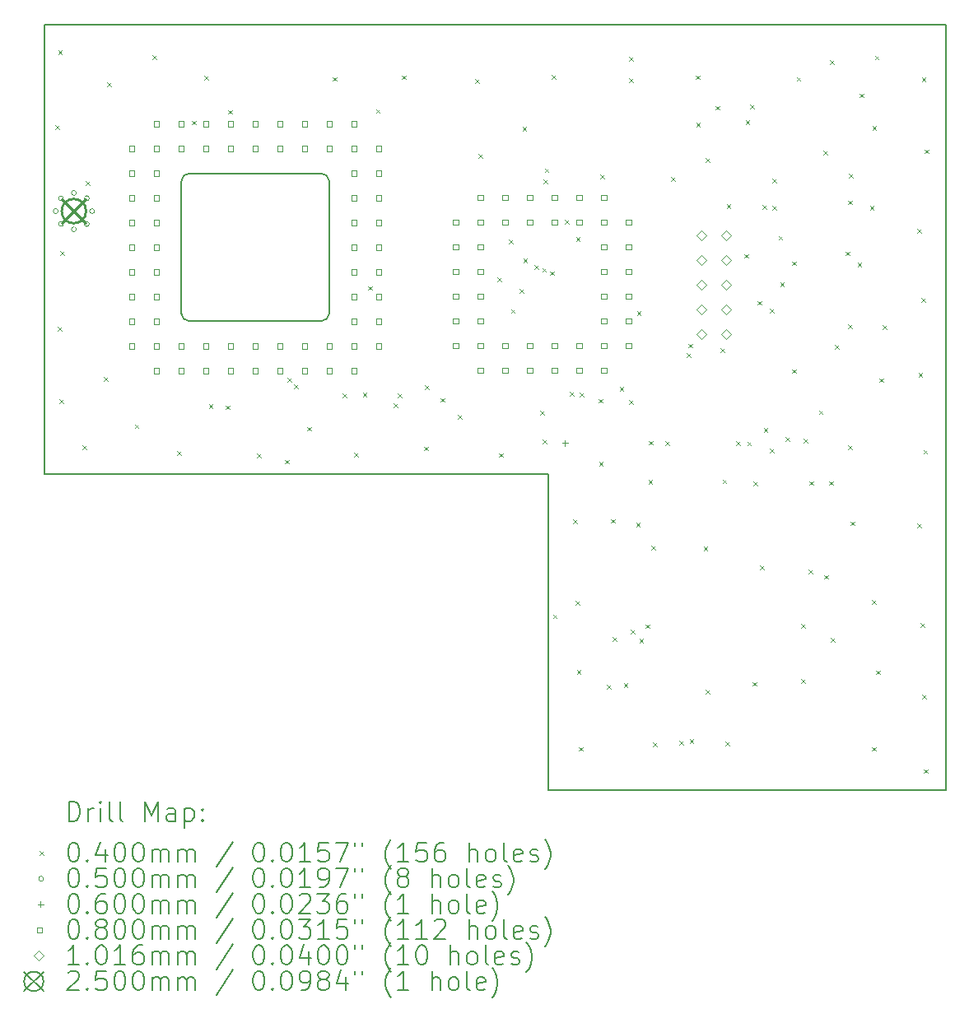
<source format=gbr>
%TF.GenerationSoftware,KiCad,Pcbnew,7.0.10*%
%TF.CreationDate,2024-02-23T13:17:01-06:00*%
%TF.ProjectId,A600FastRAM,41363030-4661-4737-9452-414d2e6b6963,5*%
%TF.SameCoordinates,Original*%
%TF.FileFunction,Drillmap*%
%TF.FilePolarity,Positive*%
%FSLAX45Y45*%
G04 Gerber Fmt 4.5, Leading zero omitted, Abs format (unit mm)*
G04 Created by KiCad (PCBNEW 7.0.10) date 2024-02-23 13:17:01*
%MOMM*%
%LPD*%
G01*
G04 APERTURE LIST*
%ADD10C,0.150000*%
%ADD11C,0.200000*%
%ADD12C,0.100000*%
%ADD13C,0.101600*%
%ADD14C,0.250000*%
G04 APERTURE END LIST*
D10*
X12590000Y-9810000D02*
X13950000Y-9810000D01*
X12510000Y-11250000D02*
X12510000Y-9890000D01*
X16283368Y-16154400D02*
X20370800Y-16154400D01*
X11099900Y-8280400D02*
X20370800Y-8280400D01*
X16283368Y-16154400D02*
X16281400Y-12903200D01*
X13950000Y-11330000D02*
G75*
G03*
X14030000Y-11250000I0J80000D01*
G01*
X14030000Y-9890000D02*
X14030000Y-11250000D01*
X14030000Y-9890000D02*
G75*
G03*
X13950000Y-9810000I-80000J0D01*
G01*
X20370800Y-8280400D02*
X20370800Y-16154400D01*
X11099800Y-12903200D02*
X16281400Y-12903200D01*
X12510000Y-11250000D02*
G75*
G03*
X12590000Y-11330000I80000J0D01*
G01*
X11099900Y-8280400D02*
X11099800Y-12903200D01*
X12590000Y-9810000D02*
G75*
G03*
X12510000Y-9890000I0J-80000D01*
G01*
X13950000Y-11330000D02*
X12590000Y-11330000D01*
D11*
D12*
X11215514Y-9313272D02*
X11255514Y-9353272D01*
X11255514Y-9313272D02*
X11215514Y-9353272D01*
X11236990Y-11388673D02*
X11276990Y-11428673D01*
X11276990Y-11388673D02*
X11236990Y-11428673D01*
X11242134Y-8545743D02*
X11282134Y-8585743D01*
X11282134Y-8545743D02*
X11242134Y-8585743D01*
X11258353Y-12132202D02*
X11298353Y-12172202D01*
X11298353Y-12132202D02*
X11258353Y-12172202D01*
X11262795Y-10612796D02*
X11302795Y-10652796D01*
X11302795Y-10612796D02*
X11262795Y-10652796D01*
X11493144Y-12607669D02*
X11533144Y-12647669D01*
X11533144Y-12607669D02*
X11493144Y-12647669D01*
X11524574Y-9889666D02*
X11564574Y-9929666D01*
X11564574Y-9889666D02*
X11524574Y-9929666D01*
X11714618Y-11907959D02*
X11754618Y-11947959D01*
X11754618Y-11907959D02*
X11714618Y-11947959D01*
X11745080Y-8876678D02*
X11785080Y-8916678D01*
X11785080Y-8876678D02*
X11745080Y-8916678D01*
X12031197Y-12391115D02*
X12071197Y-12431115D01*
X12071197Y-12391115D02*
X12031197Y-12431115D01*
X12210259Y-8596934D02*
X12250259Y-8636934D01*
X12250259Y-8596934D02*
X12210259Y-8636934D01*
X12468003Y-12667727D02*
X12508003Y-12707727D01*
X12508003Y-12667727D02*
X12468003Y-12707727D01*
X12620300Y-9267200D02*
X12660300Y-9307200D01*
X12660300Y-9267200D02*
X12620300Y-9307200D01*
X12742781Y-8806914D02*
X12782781Y-8846914D01*
X12782781Y-8806914D02*
X12742781Y-8846914D01*
X12791525Y-12181608D02*
X12831525Y-12221608D01*
X12831525Y-12181608D02*
X12791525Y-12221608D01*
X12968150Y-12197740D02*
X13008150Y-12237740D01*
X13008150Y-12197740D02*
X12968150Y-12237740D01*
X12991490Y-9158190D02*
X13031490Y-9198190D01*
X13031490Y-9158190D02*
X12991490Y-9198190D01*
X13289195Y-12692352D02*
X13329195Y-12732352D01*
X13329195Y-12692352D02*
X13289195Y-12732352D01*
X13574610Y-12756250D02*
X13614610Y-12796250D01*
X13614610Y-12756250D02*
X13574610Y-12796250D01*
X13598050Y-11911570D02*
X13638050Y-11951570D01*
X13638050Y-11911570D02*
X13598050Y-11951570D01*
X13668440Y-11979080D02*
X13708440Y-12019080D01*
X13708440Y-11979080D02*
X13668440Y-12019080D01*
X13805258Y-12417710D02*
X13845258Y-12457710D01*
X13845258Y-12417710D02*
X13805258Y-12457710D01*
X14065614Y-8820035D02*
X14105614Y-8860035D01*
X14105614Y-8820035D02*
X14065614Y-8860035D01*
X14166570Y-12075460D02*
X14206570Y-12115460D01*
X14206570Y-12075460D02*
X14166570Y-12115460D01*
X14283692Y-12682713D02*
X14323692Y-12722713D01*
X14323692Y-12682713D02*
X14283692Y-12722713D01*
X14375960Y-12063950D02*
X14415960Y-12103950D01*
X14415960Y-12063950D02*
X14375960Y-12103950D01*
X14432240Y-10968530D02*
X14472240Y-11008530D01*
X14472240Y-10968530D02*
X14432240Y-11008530D01*
X14511790Y-9148350D02*
X14551790Y-9188350D01*
X14551790Y-9148350D02*
X14511790Y-9188350D01*
X14690310Y-12173710D02*
X14730310Y-12213710D01*
X14730310Y-12173710D02*
X14690310Y-12213710D01*
X14736540Y-12076840D02*
X14776540Y-12116840D01*
X14776540Y-12076840D02*
X14736540Y-12116840D01*
X14775247Y-8801675D02*
X14815247Y-8841675D01*
X14815247Y-8801675D02*
X14775247Y-8841675D01*
X15005272Y-12620702D02*
X15045272Y-12660702D01*
X15045272Y-12620702D02*
X15005272Y-12660702D01*
X15012930Y-11992790D02*
X15052930Y-12032790D01*
X15052930Y-11992790D02*
X15012930Y-12032790D01*
X15177630Y-12120250D02*
X15217630Y-12160250D01*
X15217630Y-12120250D02*
X15177630Y-12160250D01*
X15352190Y-12294170D02*
X15392190Y-12334170D01*
X15392190Y-12294170D02*
X15352190Y-12334170D01*
X15533645Y-8841772D02*
X15573645Y-8881772D01*
X15573645Y-8841772D02*
X15533645Y-8881772D01*
X15567426Y-9609113D02*
X15607426Y-9649113D01*
X15607426Y-9609113D02*
X15567426Y-9649113D01*
X15761340Y-10877780D02*
X15801340Y-10917780D01*
X15801340Y-10877780D02*
X15761340Y-10917780D01*
X15775507Y-12689064D02*
X15815507Y-12729064D01*
X15815507Y-12689064D02*
X15775507Y-12729064D01*
X15879650Y-10492200D02*
X15919650Y-10532200D01*
X15919650Y-10492200D02*
X15879650Y-10532200D01*
X15899010Y-11205630D02*
X15939010Y-11245630D01*
X15939010Y-11205630D02*
X15899010Y-11245630D01*
X15986480Y-10997860D02*
X16026480Y-11037860D01*
X16026480Y-10997860D02*
X15986480Y-11037860D01*
X16018758Y-9334016D02*
X16058758Y-9374016D01*
X16058758Y-9334016D02*
X16018758Y-9374016D01*
X16026470Y-10686970D02*
X16066470Y-10726970D01*
X16066470Y-10686970D02*
X16026470Y-10726970D01*
X16140410Y-10751030D02*
X16180410Y-10791030D01*
X16180410Y-10751030D02*
X16140410Y-10791030D01*
X16200890Y-12254090D02*
X16240890Y-12294090D01*
X16240890Y-12254090D02*
X16200890Y-12294090D01*
X16221130Y-10782260D02*
X16261130Y-10822260D01*
X16261130Y-10782260D02*
X16221130Y-10822260D01*
X16225530Y-12546650D02*
X16265530Y-12586650D01*
X16265530Y-12546650D02*
X16225530Y-12586650D01*
X16236700Y-9871530D02*
X16276700Y-9911530D01*
X16276700Y-9871530D02*
X16236700Y-9911530D01*
X16246150Y-9758430D02*
X16286150Y-9798430D01*
X16286150Y-9758430D02*
X16246150Y-9798430D01*
X16304770Y-10817090D02*
X16344770Y-10857090D01*
X16344770Y-10817090D02*
X16304770Y-10857090D01*
X16320398Y-8797052D02*
X16360398Y-8837052D01*
X16360398Y-8797052D02*
X16320398Y-8837052D01*
X16331970Y-14346770D02*
X16371970Y-14386770D01*
X16371970Y-14346770D02*
X16331970Y-14386770D01*
X16453600Y-10285400D02*
X16493600Y-10325400D01*
X16493600Y-10285400D02*
X16453600Y-10325400D01*
X16507650Y-12058150D02*
X16547650Y-12098150D01*
X16547650Y-12058150D02*
X16507650Y-12098150D01*
X16538818Y-13372192D02*
X16578818Y-13412192D01*
X16578818Y-13372192D02*
X16538818Y-13412192D01*
X16564664Y-14206381D02*
X16604664Y-14246381D01*
X16604664Y-14206381D02*
X16564664Y-14246381D01*
X16568540Y-10462820D02*
X16608540Y-10502820D01*
X16608540Y-10462820D02*
X16568540Y-10502820D01*
X16576750Y-14916837D02*
X16616750Y-14956837D01*
X16616750Y-14916837D02*
X16576750Y-14956837D01*
X16600702Y-15710259D02*
X16640702Y-15750259D01*
X16640702Y-15710259D02*
X16600702Y-15750259D01*
X16605430Y-12067480D02*
X16645430Y-12107480D01*
X16645430Y-12067480D02*
X16605430Y-12107480D01*
X16798600Y-12128500D02*
X16838600Y-12168500D01*
X16838600Y-12128500D02*
X16798600Y-12168500D01*
X16806260Y-12775420D02*
X16846260Y-12815420D01*
X16846260Y-12775420D02*
X16806260Y-12815420D01*
X16821164Y-9823884D02*
X16861164Y-9863884D01*
X16861164Y-9823884D02*
X16821164Y-9863884D01*
X16884840Y-15073880D02*
X16924840Y-15113880D01*
X16924840Y-15073880D02*
X16884840Y-15113880D01*
X16928910Y-13365010D02*
X16968910Y-13405010D01*
X16968910Y-13365010D02*
X16928910Y-13405010D01*
X16948180Y-14578840D02*
X16988180Y-14618840D01*
X16988180Y-14578840D02*
X16948180Y-14618840D01*
X17016800Y-12005540D02*
X17056800Y-12045540D01*
X17056800Y-12005540D02*
X17016800Y-12045540D01*
X17059910Y-15053010D02*
X17099910Y-15093010D01*
X17099910Y-15053010D02*
X17059910Y-15093010D01*
X17112179Y-8831067D02*
X17152179Y-8871067D01*
X17152179Y-8831067D02*
X17112179Y-8871067D01*
X17114281Y-12145267D02*
X17154281Y-12185267D01*
X17154281Y-12145267D02*
X17114281Y-12185267D01*
X17115870Y-8613420D02*
X17155870Y-8653420D01*
X17155870Y-8613420D02*
X17115870Y-8653420D01*
X17133710Y-14503270D02*
X17173710Y-14543270D01*
X17173710Y-14503270D02*
X17133710Y-14543270D01*
X17187360Y-13404270D02*
X17227360Y-13444270D01*
X17227360Y-13404270D02*
X17187360Y-13444270D01*
X17194640Y-11225250D02*
X17234640Y-11265250D01*
X17234640Y-11225250D02*
X17194640Y-11265250D01*
X17220540Y-14596110D02*
X17260540Y-14636110D01*
X17260540Y-14596110D02*
X17220540Y-14636110D01*
X17283380Y-14450370D02*
X17323380Y-14490370D01*
X17323380Y-14450370D02*
X17283380Y-14490370D01*
X17312750Y-12961780D02*
X17352750Y-13001780D01*
X17352750Y-12961780D02*
X17312750Y-13001780D01*
X17316140Y-12560830D02*
X17356140Y-12600830D01*
X17356140Y-12560830D02*
X17316140Y-12600830D01*
X17341655Y-13641816D02*
X17381655Y-13681816D01*
X17381655Y-13641816D02*
X17341655Y-13681816D01*
X17359900Y-15662670D02*
X17399900Y-15702670D01*
X17399900Y-15662670D02*
X17359900Y-15702670D01*
X17486060Y-12563300D02*
X17526060Y-12603300D01*
X17526060Y-12563300D02*
X17486060Y-12603300D01*
X17545842Y-9847109D02*
X17585842Y-9887109D01*
X17585842Y-9847109D02*
X17545842Y-9887109D01*
X17632070Y-15648240D02*
X17672070Y-15688240D01*
X17672070Y-15648240D02*
X17632070Y-15688240D01*
X17705180Y-11660350D02*
X17745180Y-11700350D01*
X17745180Y-11660350D02*
X17705180Y-11700350D01*
X17721490Y-11562630D02*
X17761490Y-11602630D01*
X17761490Y-11562630D02*
X17721490Y-11602630D01*
X17735870Y-15631170D02*
X17775870Y-15671170D01*
X17775870Y-15631170D02*
X17735870Y-15671170D01*
X17802565Y-8802666D02*
X17842565Y-8842666D01*
X17842565Y-8802666D02*
X17802565Y-8842666D01*
X17804660Y-9287950D02*
X17844660Y-9327950D01*
X17844660Y-9287950D02*
X17804660Y-9327950D01*
X17880560Y-13647960D02*
X17920560Y-13687960D01*
X17920560Y-13647960D02*
X17880560Y-13687960D01*
X17900470Y-9651950D02*
X17940470Y-9691950D01*
X17940470Y-9651950D02*
X17900470Y-9691950D01*
X17903920Y-15124470D02*
X17943920Y-15164470D01*
X17943920Y-15124470D02*
X17903920Y-15164470D01*
X18000660Y-9115560D02*
X18040660Y-9155560D01*
X18040660Y-9115560D02*
X18000660Y-9155560D01*
X18056648Y-11606148D02*
X18096648Y-11646148D01*
X18096648Y-11606148D02*
X18056648Y-11646148D01*
X18075800Y-12959040D02*
X18115800Y-12999040D01*
X18115800Y-12959040D02*
X18075800Y-12999040D01*
X18103740Y-15655210D02*
X18143740Y-15695210D01*
X18143740Y-15655210D02*
X18103740Y-15695210D01*
X18116688Y-10126596D02*
X18156688Y-10166596D01*
X18156688Y-10126596D02*
X18116688Y-10166596D01*
X18215680Y-12563300D02*
X18255680Y-12603300D01*
X18255680Y-12563300D02*
X18215680Y-12603300D01*
X18301167Y-10639648D02*
X18341167Y-10679648D01*
X18341167Y-10639648D02*
X18301167Y-10679648D01*
X18311570Y-9265250D02*
X18351570Y-9305250D01*
X18351570Y-9265250D02*
X18311570Y-9305250D01*
X18328540Y-12569990D02*
X18368540Y-12609990D01*
X18368540Y-12569990D02*
X18328540Y-12609990D01*
X18356511Y-9100687D02*
X18396511Y-9140687D01*
X18396511Y-9100687D02*
X18356511Y-9140687D01*
X18384170Y-15041970D02*
X18424170Y-15081970D01*
X18424170Y-15041970D02*
X18384170Y-15081970D01*
X18391790Y-12979690D02*
X18431790Y-13019690D01*
X18431790Y-12979690D02*
X18391790Y-13019690D01*
X18434790Y-11123060D02*
X18474790Y-11163060D01*
X18474790Y-11123060D02*
X18434790Y-11163060D01*
X18463790Y-13843620D02*
X18503790Y-13883620D01*
X18503790Y-13843620D02*
X18463790Y-13883620D01*
X18488230Y-10134970D02*
X18528230Y-10174970D01*
X18528230Y-10134970D02*
X18488230Y-10174970D01*
X18499340Y-12431840D02*
X18539340Y-12471840D01*
X18539340Y-12431840D02*
X18499340Y-12471840D01*
X18562660Y-12640281D02*
X18602660Y-12680281D01*
X18602660Y-12640281D02*
X18562660Y-12680281D01*
X18564450Y-11205360D02*
X18604450Y-11245360D01*
X18604450Y-11205360D02*
X18564450Y-11245360D01*
X18585501Y-9865825D02*
X18625501Y-9905825D01*
X18625501Y-9865825D02*
X18585501Y-9905825D01*
X18590110Y-10144740D02*
X18630110Y-10184740D01*
X18630110Y-10144740D02*
X18590110Y-10184740D01*
X18651810Y-10452330D02*
X18691810Y-10492330D01*
X18691810Y-10452330D02*
X18651810Y-10492330D01*
X18668340Y-10928710D02*
X18708340Y-10968710D01*
X18708340Y-10928710D02*
X18668340Y-10968710D01*
X18722320Y-12523920D02*
X18762320Y-12563920D01*
X18762320Y-12523920D02*
X18722320Y-12563920D01*
X18790790Y-10716490D02*
X18830790Y-10756490D01*
X18830790Y-10716490D02*
X18790790Y-10756490D01*
X18793390Y-11823700D02*
X18833390Y-11863700D01*
X18833390Y-11823700D02*
X18793390Y-11863700D01*
X18836731Y-8818397D02*
X18876731Y-8858397D01*
X18876731Y-8818397D02*
X18836731Y-8858397D01*
X18882680Y-15012190D02*
X18922680Y-15052190D01*
X18922680Y-15012190D02*
X18882680Y-15052190D01*
X18886230Y-14447720D02*
X18926230Y-14487720D01*
X18926230Y-14447720D02*
X18886230Y-14487720D01*
X18910100Y-12538010D02*
X18950100Y-12578010D01*
X18950100Y-12538010D02*
X18910100Y-12578010D01*
X18960620Y-13883610D02*
X19000620Y-13923610D01*
X19000620Y-13883610D02*
X18960620Y-13923610D01*
X18968590Y-12975300D02*
X19008590Y-13015300D01*
X19008590Y-12975300D02*
X18968590Y-13015300D01*
X19065240Y-12247830D02*
X19105240Y-12287830D01*
X19105240Y-12247830D02*
X19065240Y-12287830D01*
X19113289Y-9576551D02*
X19153289Y-9616551D01*
X19153289Y-9576551D02*
X19113289Y-9616551D01*
X19124030Y-13941420D02*
X19164030Y-13981420D01*
X19164030Y-13941420D02*
X19124030Y-13981420D01*
X19168900Y-12976720D02*
X19208900Y-13016720D01*
X19208900Y-12976720D02*
X19168900Y-13016720D01*
X19180080Y-8647420D02*
X19220080Y-8687420D01*
X19220080Y-8647420D02*
X19180080Y-8687420D01*
X19186280Y-14586930D02*
X19226280Y-14626930D01*
X19226280Y-14586930D02*
X19186280Y-14626930D01*
X19233510Y-11577530D02*
X19273510Y-11617530D01*
X19273510Y-11577530D02*
X19233510Y-11617530D01*
X19342470Y-10614670D02*
X19382470Y-10654670D01*
X19382470Y-10614670D02*
X19342470Y-10654670D01*
X19367090Y-11364380D02*
X19407090Y-11404380D01*
X19407090Y-11364380D02*
X19367090Y-11404380D01*
X19368248Y-10089050D02*
X19408248Y-10129050D01*
X19408248Y-10089050D02*
X19368248Y-10129050D01*
X19369330Y-12608738D02*
X19409330Y-12648738D01*
X19409330Y-12608738D02*
X19369330Y-12648738D01*
X19373470Y-9814640D02*
X19413470Y-9854640D01*
X19413470Y-9814640D02*
X19373470Y-9854640D01*
X19389526Y-13392119D02*
X19429526Y-13432119D01*
X19429526Y-13392119D02*
X19389526Y-13432119D01*
X19462990Y-10726020D02*
X19502990Y-10766020D01*
X19502990Y-10726020D02*
X19462990Y-10766020D01*
X19486960Y-8988710D02*
X19526960Y-9028710D01*
X19526960Y-8988710D02*
X19486960Y-9028710D01*
X19591650Y-10145500D02*
X19631650Y-10185500D01*
X19631650Y-10145500D02*
X19591650Y-10185500D01*
X19613567Y-14201362D02*
X19653567Y-14241362D01*
X19653567Y-14201362D02*
X19613567Y-14241362D01*
X19614659Y-15710233D02*
X19654659Y-15750233D01*
X19654659Y-15710233D02*
X19614659Y-15750233D01*
X19615962Y-9324485D02*
X19655962Y-9364485D01*
X19655962Y-9324485D02*
X19615962Y-9364485D01*
X19641742Y-8599113D02*
X19681742Y-8639113D01*
X19681742Y-8599113D02*
X19641742Y-8639113D01*
X19652886Y-14924452D02*
X19692886Y-14964452D01*
X19692886Y-14924452D02*
X19652886Y-14964452D01*
X19690010Y-11917860D02*
X19730010Y-11957860D01*
X19730010Y-11917860D02*
X19690010Y-11957860D01*
X19724120Y-11370180D02*
X19764120Y-11410180D01*
X19764120Y-11370180D02*
X19724120Y-11410180D01*
X20076907Y-13411389D02*
X20116907Y-13451389D01*
X20116907Y-13411389D02*
X20076907Y-13451389D01*
X20077205Y-10381971D02*
X20117205Y-10421971D01*
X20117205Y-10381971D02*
X20077205Y-10421971D01*
X20090872Y-11864154D02*
X20130872Y-11904154D01*
X20130872Y-11864154D02*
X20090872Y-11904154D01*
X20112161Y-14438771D02*
X20152161Y-14478771D01*
X20152161Y-14438771D02*
X20112161Y-14478771D01*
X20118033Y-11091545D02*
X20158033Y-11131545D01*
X20158033Y-11091545D02*
X20118033Y-11131545D01*
X20123698Y-8824681D02*
X20163698Y-8864681D01*
X20163698Y-8824681D02*
X20123698Y-8864681D01*
X20126237Y-15173573D02*
X20166237Y-15213573D01*
X20166237Y-15173573D02*
X20126237Y-15213573D01*
X20140846Y-12655136D02*
X20180846Y-12695136D01*
X20180846Y-12655136D02*
X20140846Y-12695136D01*
X20147357Y-15938435D02*
X20187357Y-15978435D01*
X20187357Y-15938435D02*
X20147357Y-15978435D01*
X20155411Y-9564648D02*
X20195411Y-9604648D01*
X20195411Y-9564648D02*
X20155411Y-9604648D01*
X11242100Y-10198100D02*
G75*
G03*
X11192100Y-10198100I-25000J0D01*
G01*
X11192100Y-10198100D02*
G75*
G03*
X11242100Y-10198100I25000J0D01*
G01*
X11297017Y-10065518D02*
G75*
G03*
X11247017Y-10065518I-25000J0D01*
G01*
X11247017Y-10065518D02*
G75*
G03*
X11297017Y-10065518I25000J0D01*
G01*
X11297017Y-10330683D02*
G75*
G03*
X11247017Y-10330683I-25000J0D01*
G01*
X11247017Y-10330683D02*
G75*
G03*
X11297017Y-10330683I25000J0D01*
G01*
X11429600Y-10010600D02*
G75*
G03*
X11379600Y-10010600I-25000J0D01*
G01*
X11379600Y-10010600D02*
G75*
G03*
X11429600Y-10010600I25000J0D01*
G01*
X11429600Y-10385600D02*
G75*
G03*
X11379600Y-10385600I-25000J0D01*
G01*
X11379600Y-10385600D02*
G75*
G03*
X11429600Y-10385600I25000J0D01*
G01*
X11562182Y-10065518D02*
G75*
G03*
X11512182Y-10065518I-25000J0D01*
G01*
X11512182Y-10065518D02*
G75*
G03*
X11562182Y-10065518I25000J0D01*
G01*
X11562182Y-10330683D02*
G75*
G03*
X11512182Y-10330683I-25000J0D01*
G01*
X11512182Y-10330683D02*
G75*
G03*
X11562182Y-10330683I25000J0D01*
G01*
X11617100Y-10198100D02*
G75*
G03*
X11567100Y-10198100I-25000J0D01*
G01*
X11567100Y-10198100D02*
G75*
G03*
X11617100Y-10198100I25000J0D01*
G01*
X16456140Y-12554010D02*
X16456140Y-12614010D01*
X16426140Y-12584010D02*
X16486140Y-12584010D01*
X12028884Y-9583285D02*
X12028884Y-9526716D01*
X11972315Y-9526716D01*
X11972315Y-9583285D01*
X12028884Y-9583285D01*
X12028884Y-9837285D02*
X12028884Y-9780716D01*
X11972315Y-9780716D01*
X11972315Y-9837285D01*
X12028884Y-9837285D01*
X12028884Y-10091285D02*
X12028884Y-10034716D01*
X11972315Y-10034716D01*
X11972315Y-10091285D01*
X12028884Y-10091285D01*
X12028884Y-10345285D02*
X12028884Y-10288716D01*
X11972315Y-10288716D01*
X11972315Y-10345285D01*
X12028884Y-10345285D01*
X12028884Y-10599285D02*
X12028884Y-10542716D01*
X11972315Y-10542716D01*
X11972315Y-10599285D01*
X12028884Y-10599285D01*
X12028884Y-10853285D02*
X12028884Y-10796716D01*
X11972315Y-10796716D01*
X11972315Y-10853285D01*
X12028884Y-10853285D01*
X12028884Y-11107285D02*
X12028884Y-11050716D01*
X11972315Y-11050716D01*
X11972315Y-11107285D01*
X12028884Y-11107285D01*
X12028884Y-11361284D02*
X12028884Y-11304715D01*
X11972315Y-11304715D01*
X11972315Y-11361284D01*
X12028884Y-11361284D01*
X12028884Y-11615284D02*
X12028884Y-11558715D01*
X11972315Y-11558715D01*
X11972315Y-11615284D01*
X12028884Y-11615284D01*
X12282884Y-9329285D02*
X12282884Y-9272716D01*
X12226315Y-9272716D01*
X12226315Y-9329285D01*
X12282884Y-9329285D01*
X12282884Y-9583285D02*
X12282884Y-9526716D01*
X12226315Y-9526716D01*
X12226315Y-9583285D01*
X12282884Y-9583285D01*
X12282884Y-9837285D02*
X12282884Y-9780716D01*
X12226315Y-9780716D01*
X12226315Y-9837285D01*
X12282884Y-9837285D01*
X12282884Y-10091285D02*
X12282884Y-10034716D01*
X12226315Y-10034716D01*
X12226315Y-10091285D01*
X12282884Y-10091285D01*
X12282884Y-10345285D02*
X12282884Y-10288716D01*
X12226315Y-10288716D01*
X12226315Y-10345285D01*
X12282884Y-10345285D01*
X12282884Y-10599285D02*
X12282884Y-10542716D01*
X12226315Y-10542716D01*
X12226315Y-10599285D01*
X12282884Y-10599285D01*
X12282884Y-10853285D02*
X12282884Y-10796716D01*
X12226315Y-10796716D01*
X12226315Y-10853285D01*
X12282884Y-10853285D01*
X12282884Y-11107285D02*
X12282884Y-11050716D01*
X12226315Y-11050716D01*
X12226315Y-11107285D01*
X12282884Y-11107285D01*
X12282884Y-11361284D02*
X12282884Y-11304715D01*
X12226315Y-11304715D01*
X12226315Y-11361284D01*
X12282884Y-11361284D01*
X12282884Y-11615284D02*
X12282884Y-11558715D01*
X12226315Y-11558715D01*
X12226315Y-11615284D01*
X12282884Y-11615284D01*
X12282884Y-11869284D02*
X12282884Y-11812715D01*
X12226315Y-11812715D01*
X12226315Y-11869284D01*
X12282884Y-11869284D01*
X12536884Y-9329285D02*
X12536884Y-9272716D01*
X12480315Y-9272716D01*
X12480315Y-9329285D01*
X12536884Y-9329285D01*
X12536884Y-9583285D02*
X12536884Y-9526716D01*
X12480315Y-9526716D01*
X12480315Y-9583285D01*
X12536884Y-9583285D01*
X12536884Y-11615284D02*
X12536884Y-11558715D01*
X12480315Y-11558715D01*
X12480315Y-11615284D01*
X12536884Y-11615284D01*
X12536884Y-11869284D02*
X12536884Y-11812715D01*
X12480315Y-11812715D01*
X12480315Y-11869284D01*
X12536884Y-11869284D01*
X12790884Y-9329285D02*
X12790884Y-9272716D01*
X12734315Y-9272716D01*
X12734315Y-9329285D01*
X12790884Y-9329285D01*
X12790884Y-9583285D02*
X12790884Y-9526716D01*
X12734315Y-9526716D01*
X12734315Y-9583285D01*
X12790884Y-9583285D01*
X12790884Y-11615284D02*
X12790884Y-11558715D01*
X12734315Y-11558715D01*
X12734315Y-11615284D01*
X12790884Y-11615284D01*
X12790884Y-11869284D02*
X12790884Y-11812715D01*
X12734315Y-11812715D01*
X12734315Y-11869284D01*
X12790884Y-11869284D01*
X13044884Y-9329285D02*
X13044884Y-9272716D01*
X12988315Y-9272716D01*
X12988315Y-9329285D01*
X13044884Y-9329285D01*
X13044884Y-9583285D02*
X13044884Y-9526716D01*
X12988315Y-9526716D01*
X12988315Y-9583285D01*
X13044884Y-9583285D01*
X13044884Y-11615284D02*
X13044884Y-11558715D01*
X12988315Y-11558715D01*
X12988315Y-11615284D01*
X13044884Y-11615284D01*
X13044884Y-11869284D02*
X13044884Y-11812715D01*
X12988315Y-11812715D01*
X12988315Y-11869284D01*
X13044884Y-11869284D01*
X13298884Y-9329285D02*
X13298884Y-9272716D01*
X13242315Y-9272716D01*
X13242315Y-9329285D01*
X13298884Y-9329285D01*
X13298884Y-9583285D02*
X13298884Y-9526716D01*
X13242315Y-9526716D01*
X13242315Y-9583285D01*
X13298884Y-9583285D01*
X13298884Y-11615284D02*
X13298884Y-11558715D01*
X13242315Y-11558715D01*
X13242315Y-11615284D01*
X13298884Y-11615284D01*
X13298884Y-11869284D02*
X13298884Y-11812715D01*
X13242315Y-11812715D01*
X13242315Y-11869284D01*
X13298884Y-11869284D01*
X13552884Y-9329285D02*
X13552884Y-9272716D01*
X13496315Y-9272716D01*
X13496315Y-9329285D01*
X13552884Y-9329285D01*
X13552884Y-9583285D02*
X13552884Y-9526716D01*
X13496315Y-9526716D01*
X13496315Y-9583285D01*
X13552884Y-9583285D01*
X13552884Y-11615284D02*
X13552884Y-11558715D01*
X13496315Y-11558715D01*
X13496315Y-11615284D01*
X13552884Y-11615284D01*
X13552884Y-11869284D02*
X13552884Y-11812715D01*
X13496315Y-11812715D01*
X13496315Y-11869284D01*
X13552884Y-11869284D01*
X13806884Y-9329285D02*
X13806884Y-9272716D01*
X13750315Y-9272716D01*
X13750315Y-9329285D01*
X13806884Y-9329285D01*
X13806884Y-9583285D02*
X13806884Y-9526716D01*
X13750315Y-9526716D01*
X13750315Y-9583285D01*
X13806884Y-9583285D01*
X13806884Y-11615284D02*
X13806884Y-11558715D01*
X13750315Y-11558715D01*
X13750315Y-11615284D01*
X13806884Y-11615284D01*
X13806884Y-11869284D02*
X13806884Y-11812715D01*
X13750315Y-11812715D01*
X13750315Y-11869284D01*
X13806884Y-11869284D01*
X14060884Y-9329285D02*
X14060884Y-9272716D01*
X14004315Y-9272716D01*
X14004315Y-9329285D01*
X14060884Y-9329285D01*
X14060884Y-9583285D02*
X14060884Y-9526716D01*
X14004315Y-9526716D01*
X14004315Y-9583285D01*
X14060884Y-9583285D01*
X14060884Y-11615284D02*
X14060884Y-11558715D01*
X14004315Y-11558715D01*
X14004315Y-11615284D01*
X14060884Y-11615284D01*
X14060884Y-11869284D02*
X14060884Y-11812715D01*
X14004315Y-11812715D01*
X14004315Y-11869284D01*
X14060884Y-11869284D01*
X14314884Y-9329285D02*
X14314884Y-9272716D01*
X14258315Y-9272716D01*
X14258315Y-9329285D01*
X14314884Y-9329285D01*
X14314884Y-9583285D02*
X14314884Y-9526716D01*
X14258315Y-9526716D01*
X14258315Y-9583285D01*
X14314884Y-9583285D01*
X14314884Y-9837285D02*
X14314884Y-9780716D01*
X14258315Y-9780716D01*
X14258315Y-9837285D01*
X14314884Y-9837285D01*
X14314884Y-10091285D02*
X14314884Y-10034716D01*
X14258315Y-10034716D01*
X14258315Y-10091285D01*
X14314884Y-10091285D01*
X14314884Y-10345285D02*
X14314884Y-10288716D01*
X14258315Y-10288716D01*
X14258315Y-10345285D01*
X14314884Y-10345285D01*
X14314884Y-10599285D02*
X14314884Y-10542716D01*
X14258315Y-10542716D01*
X14258315Y-10599285D01*
X14314884Y-10599285D01*
X14314884Y-10853285D02*
X14314884Y-10796716D01*
X14258315Y-10796716D01*
X14258315Y-10853285D01*
X14314884Y-10853285D01*
X14314884Y-11107285D02*
X14314884Y-11050716D01*
X14258315Y-11050716D01*
X14258315Y-11107285D01*
X14314884Y-11107285D01*
X14314884Y-11361284D02*
X14314884Y-11304715D01*
X14258315Y-11304715D01*
X14258315Y-11361284D01*
X14314884Y-11361284D01*
X14314884Y-11615284D02*
X14314884Y-11558715D01*
X14258315Y-11558715D01*
X14258315Y-11615284D01*
X14314884Y-11615284D01*
X14314884Y-11869284D02*
X14314884Y-11812715D01*
X14258315Y-11812715D01*
X14258315Y-11869284D01*
X14314884Y-11869284D01*
X14568884Y-9583285D02*
X14568884Y-9526716D01*
X14512315Y-9526716D01*
X14512315Y-9583285D01*
X14568884Y-9583285D01*
X14568884Y-9837285D02*
X14568884Y-9780716D01*
X14512315Y-9780716D01*
X14512315Y-9837285D01*
X14568884Y-9837285D01*
X14568884Y-10091285D02*
X14568884Y-10034716D01*
X14512315Y-10034716D01*
X14512315Y-10091285D01*
X14568884Y-10091285D01*
X14568884Y-10345285D02*
X14568884Y-10288716D01*
X14512315Y-10288716D01*
X14512315Y-10345285D01*
X14568884Y-10345285D01*
X14568884Y-10599285D02*
X14568884Y-10542716D01*
X14512315Y-10542716D01*
X14512315Y-10599285D01*
X14568884Y-10599285D01*
X14568884Y-10853285D02*
X14568884Y-10796716D01*
X14512315Y-10796716D01*
X14512315Y-10853285D01*
X14568884Y-10853285D01*
X14568884Y-11107285D02*
X14568884Y-11050716D01*
X14512315Y-11050716D01*
X14512315Y-11107285D01*
X14568884Y-11107285D01*
X14568884Y-11361284D02*
X14568884Y-11304715D01*
X14512315Y-11304715D01*
X14512315Y-11361284D01*
X14568884Y-11361284D01*
X14568884Y-11615284D02*
X14568884Y-11558715D01*
X14512315Y-11558715D01*
X14512315Y-11615284D01*
X14568884Y-11615284D01*
X15358884Y-10339285D02*
X15358884Y-10282716D01*
X15302315Y-10282716D01*
X15302315Y-10339285D01*
X15358884Y-10339285D01*
X15358884Y-10593285D02*
X15358884Y-10536716D01*
X15302315Y-10536716D01*
X15302315Y-10593285D01*
X15358884Y-10593285D01*
X15358884Y-10847285D02*
X15358884Y-10790716D01*
X15302315Y-10790716D01*
X15302315Y-10847285D01*
X15358884Y-10847285D01*
X15358884Y-11101285D02*
X15358884Y-11044716D01*
X15302315Y-11044716D01*
X15302315Y-11101285D01*
X15358884Y-11101285D01*
X15358884Y-11355284D02*
X15358884Y-11298715D01*
X15302315Y-11298715D01*
X15302315Y-11355284D01*
X15358884Y-11355284D01*
X15358884Y-11609284D02*
X15358884Y-11552715D01*
X15302315Y-11552715D01*
X15302315Y-11609284D01*
X15358884Y-11609284D01*
X15612884Y-10085285D02*
X15612884Y-10028716D01*
X15556315Y-10028716D01*
X15556315Y-10085285D01*
X15612884Y-10085285D01*
X15612884Y-10339285D02*
X15612884Y-10282716D01*
X15556315Y-10282716D01*
X15556315Y-10339285D01*
X15612884Y-10339285D01*
X15612884Y-10593285D02*
X15612884Y-10536716D01*
X15556315Y-10536716D01*
X15556315Y-10593285D01*
X15612884Y-10593285D01*
X15612884Y-10847285D02*
X15612884Y-10790716D01*
X15556315Y-10790716D01*
X15556315Y-10847285D01*
X15612884Y-10847285D01*
X15612884Y-11101285D02*
X15612884Y-11044716D01*
X15556315Y-11044716D01*
X15556315Y-11101285D01*
X15612884Y-11101285D01*
X15612884Y-11355284D02*
X15612884Y-11298715D01*
X15556315Y-11298715D01*
X15556315Y-11355284D01*
X15612884Y-11355284D01*
X15612884Y-11609284D02*
X15612884Y-11552715D01*
X15556315Y-11552715D01*
X15556315Y-11609284D01*
X15612884Y-11609284D01*
X15612884Y-11863284D02*
X15612884Y-11806715D01*
X15556315Y-11806715D01*
X15556315Y-11863284D01*
X15612884Y-11863284D01*
X15866884Y-10085285D02*
X15866884Y-10028716D01*
X15810315Y-10028716D01*
X15810315Y-10085285D01*
X15866884Y-10085285D01*
X15866884Y-10339285D02*
X15866884Y-10282716D01*
X15810315Y-10282716D01*
X15810315Y-10339285D01*
X15866884Y-10339285D01*
X15866884Y-11609284D02*
X15866884Y-11552715D01*
X15810315Y-11552715D01*
X15810315Y-11609284D01*
X15866884Y-11609284D01*
X15866884Y-11863284D02*
X15866884Y-11806715D01*
X15810315Y-11806715D01*
X15810315Y-11863284D01*
X15866884Y-11863284D01*
X16120884Y-10085285D02*
X16120884Y-10028716D01*
X16064315Y-10028716D01*
X16064315Y-10085285D01*
X16120884Y-10085285D01*
X16120884Y-10339285D02*
X16120884Y-10282716D01*
X16064315Y-10282716D01*
X16064315Y-10339285D01*
X16120884Y-10339285D01*
X16120884Y-11609284D02*
X16120884Y-11552715D01*
X16064315Y-11552715D01*
X16064315Y-11609284D01*
X16120884Y-11609284D01*
X16120884Y-11863284D02*
X16120884Y-11806715D01*
X16064315Y-11806715D01*
X16064315Y-11863284D01*
X16120884Y-11863284D01*
X16374884Y-10085285D02*
X16374884Y-10028716D01*
X16318315Y-10028716D01*
X16318315Y-10085285D01*
X16374884Y-10085285D01*
X16374884Y-10339285D02*
X16374884Y-10282716D01*
X16318315Y-10282716D01*
X16318315Y-10339285D01*
X16374884Y-10339285D01*
X16374884Y-11609284D02*
X16374884Y-11552715D01*
X16318315Y-11552715D01*
X16318315Y-11609284D01*
X16374884Y-11609284D01*
X16374884Y-11863284D02*
X16374884Y-11806715D01*
X16318315Y-11806715D01*
X16318315Y-11863284D01*
X16374884Y-11863284D01*
X16628884Y-10085285D02*
X16628884Y-10028716D01*
X16572315Y-10028716D01*
X16572315Y-10085285D01*
X16628884Y-10085285D01*
X16628884Y-10339285D02*
X16628884Y-10282716D01*
X16572315Y-10282716D01*
X16572315Y-10339285D01*
X16628884Y-10339285D01*
X16628884Y-11609284D02*
X16628884Y-11552715D01*
X16572315Y-11552715D01*
X16572315Y-11609284D01*
X16628884Y-11609284D01*
X16628884Y-11863284D02*
X16628884Y-11806715D01*
X16572315Y-11806715D01*
X16572315Y-11863284D01*
X16628884Y-11863284D01*
X16882885Y-10085285D02*
X16882885Y-10028716D01*
X16826316Y-10028716D01*
X16826316Y-10085285D01*
X16882885Y-10085285D01*
X16882885Y-10339285D02*
X16882885Y-10282716D01*
X16826316Y-10282716D01*
X16826316Y-10339285D01*
X16882885Y-10339285D01*
X16882885Y-10593285D02*
X16882885Y-10536716D01*
X16826316Y-10536716D01*
X16826316Y-10593285D01*
X16882885Y-10593285D01*
X16882885Y-10847285D02*
X16882885Y-10790716D01*
X16826316Y-10790716D01*
X16826316Y-10847285D01*
X16882885Y-10847285D01*
X16882885Y-11101285D02*
X16882885Y-11044716D01*
X16826316Y-11044716D01*
X16826316Y-11101285D01*
X16882885Y-11101285D01*
X16882885Y-11355284D02*
X16882885Y-11298715D01*
X16826316Y-11298715D01*
X16826316Y-11355284D01*
X16882885Y-11355284D01*
X16882885Y-11609284D02*
X16882885Y-11552715D01*
X16826316Y-11552715D01*
X16826316Y-11609284D01*
X16882885Y-11609284D01*
X16882885Y-11863284D02*
X16882885Y-11806715D01*
X16826316Y-11806715D01*
X16826316Y-11863284D01*
X16882885Y-11863284D01*
X17136885Y-10339285D02*
X17136885Y-10282716D01*
X17080316Y-10282716D01*
X17080316Y-10339285D01*
X17136885Y-10339285D01*
X17136885Y-10593285D02*
X17136885Y-10536716D01*
X17080316Y-10536716D01*
X17080316Y-10593285D01*
X17136885Y-10593285D01*
X17136885Y-10847285D02*
X17136885Y-10790716D01*
X17080316Y-10790716D01*
X17080316Y-10847285D01*
X17136885Y-10847285D01*
X17136885Y-11101285D02*
X17136885Y-11044716D01*
X17080316Y-11044716D01*
X17080316Y-11101285D01*
X17136885Y-11101285D01*
X17136885Y-11355284D02*
X17136885Y-11298715D01*
X17080316Y-11298715D01*
X17080316Y-11355284D01*
X17136885Y-11355284D01*
X17136885Y-11609284D02*
X17136885Y-11552715D01*
X17080316Y-11552715D01*
X17080316Y-11609284D01*
X17136885Y-11609284D01*
D13*
X17856400Y-10501300D02*
X17907200Y-10450500D01*
X17856400Y-10399700D01*
X17805600Y-10450500D01*
X17856400Y-10501300D01*
X17856400Y-10755300D02*
X17907200Y-10704500D01*
X17856400Y-10653700D01*
X17805600Y-10704500D01*
X17856400Y-10755300D01*
X17856400Y-11009300D02*
X17907200Y-10958500D01*
X17856400Y-10907700D01*
X17805600Y-10958500D01*
X17856400Y-11009300D01*
X17856400Y-11263300D02*
X17907200Y-11212500D01*
X17856400Y-11161700D01*
X17805600Y-11212500D01*
X17856400Y-11263300D01*
X17856400Y-11517300D02*
X17907200Y-11466500D01*
X17856400Y-11415700D01*
X17805600Y-11466500D01*
X17856400Y-11517300D01*
X18110400Y-10501300D02*
X18161200Y-10450500D01*
X18110400Y-10399700D01*
X18059600Y-10450500D01*
X18110400Y-10501300D01*
X18110400Y-10755300D02*
X18161200Y-10704500D01*
X18110400Y-10653700D01*
X18059600Y-10704500D01*
X18110400Y-10755300D01*
X18110400Y-11009300D02*
X18161200Y-10958500D01*
X18110400Y-10907700D01*
X18059600Y-10958500D01*
X18110400Y-11009300D01*
X18110400Y-11263300D02*
X18161200Y-11212500D01*
X18110400Y-11161700D01*
X18059600Y-11212500D01*
X18110400Y-11263300D01*
X18110400Y-11517300D02*
X18161200Y-11466500D01*
X18110400Y-11415700D01*
X18059600Y-11466500D01*
X18110400Y-11517300D01*
D14*
X11279600Y-10073100D02*
X11529600Y-10323100D01*
X11529600Y-10073100D02*
X11279600Y-10323100D01*
X11529600Y-10198100D02*
G75*
G03*
X11279600Y-10198100I-125000J0D01*
G01*
X11279600Y-10198100D02*
G75*
G03*
X11529600Y-10198100I125000J0D01*
G01*
D11*
X11353077Y-16473384D02*
X11353077Y-16273384D01*
X11353077Y-16273384D02*
X11400696Y-16273384D01*
X11400696Y-16273384D02*
X11429267Y-16282908D01*
X11429267Y-16282908D02*
X11448315Y-16301955D01*
X11448315Y-16301955D02*
X11457839Y-16321003D01*
X11457839Y-16321003D02*
X11467362Y-16359098D01*
X11467362Y-16359098D02*
X11467362Y-16387669D01*
X11467362Y-16387669D02*
X11457839Y-16425765D01*
X11457839Y-16425765D02*
X11448315Y-16444812D01*
X11448315Y-16444812D02*
X11429267Y-16463860D01*
X11429267Y-16463860D02*
X11400696Y-16473384D01*
X11400696Y-16473384D02*
X11353077Y-16473384D01*
X11553077Y-16473384D02*
X11553077Y-16340050D01*
X11553077Y-16378146D02*
X11562601Y-16359098D01*
X11562601Y-16359098D02*
X11572124Y-16349574D01*
X11572124Y-16349574D02*
X11591172Y-16340050D01*
X11591172Y-16340050D02*
X11610220Y-16340050D01*
X11676886Y-16473384D02*
X11676886Y-16340050D01*
X11676886Y-16273384D02*
X11667362Y-16282908D01*
X11667362Y-16282908D02*
X11676886Y-16292431D01*
X11676886Y-16292431D02*
X11686410Y-16282908D01*
X11686410Y-16282908D02*
X11676886Y-16273384D01*
X11676886Y-16273384D02*
X11676886Y-16292431D01*
X11800696Y-16473384D02*
X11781648Y-16463860D01*
X11781648Y-16463860D02*
X11772124Y-16444812D01*
X11772124Y-16444812D02*
X11772124Y-16273384D01*
X11905458Y-16473384D02*
X11886410Y-16463860D01*
X11886410Y-16463860D02*
X11876886Y-16444812D01*
X11876886Y-16444812D02*
X11876886Y-16273384D01*
X12134029Y-16473384D02*
X12134029Y-16273384D01*
X12134029Y-16273384D02*
X12200696Y-16416241D01*
X12200696Y-16416241D02*
X12267362Y-16273384D01*
X12267362Y-16273384D02*
X12267362Y-16473384D01*
X12448315Y-16473384D02*
X12448315Y-16368622D01*
X12448315Y-16368622D02*
X12438791Y-16349574D01*
X12438791Y-16349574D02*
X12419743Y-16340050D01*
X12419743Y-16340050D02*
X12381648Y-16340050D01*
X12381648Y-16340050D02*
X12362601Y-16349574D01*
X12448315Y-16463860D02*
X12429267Y-16473384D01*
X12429267Y-16473384D02*
X12381648Y-16473384D01*
X12381648Y-16473384D02*
X12362601Y-16463860D01*
X12362601Y-16463860D02*
X12353077Y-16444812D01*
X12353077Y-16444812D02*
X12353077Y-16425765D01*
X12353077Y-16425765D02*
X12362601Y-16406717D01*
X12362601Y-16406717D02*
X12381648Y-16397193D01*
X12381648Y-16397193D02*
X12429267Y-16397193D01*
X12429267Y-16397193D02*
X12448315Y-16387669D01*
X12543553Y-16340050D02*
X12543553Y-16540050D01*
X12543553Y-16349574D02*
X12562601Y-16340050D01*
X12562601Y-16340050D02*
X12600696Y-16340050D01*
X12600696Y-16340050D02*
X12619743Y-16349574D01*
X12619743Y-16349574D02*
X12629267Y-16359098D01*
X12629267Y-16359098D02*
X12638791Y-16378146D01*
X12638791Y-16378146D02*
X12638791Y-16435288D01*
X12638791Y-16435288D02*
X12629267Y-16454336D01*
X12629267Y-16454336D02*
X12619743Y-16463860D01*
X12619743Y-16463860D02*
X12600696Y-16473384D01*
X12600696Y-16473384D02*
X12562601Y-16473384D01*
X12562601Y-16473384D02*
X12543553Y-16463860D01*
X12724505Y-16454336D02*
X12734029Y-16463860D01*
X12734029Y-16463860D02*
X12724505Y-16473384D01*
X12724505Y-16473384D02*
X12714982Y-16463860D01*
X12714982Y-16463860D02*
X12724505Y-16454336D01*
X12724505Y-16454336D02*
X12724505Y-16473384D01*
X12724505Y-16349574D02*
X12734029Y-16359098D01*
X12734029Y-16359098D02*
X12724505Y-16368622D01*
X12724505Y-16368622D02*
X12714982Y-16359098D01*
X12714982Y-16359098D02*
X12724505Y-16349574D01*
X12724505Y-16349574D02*
X12724505Y-16368622D01*
D12*
X11052300Y-16781900D02*
X11092300Y-16821900D01*
X11092300Y-16781900D02*
X11052300Y-16821900D01*
D11*
X11391172Y-16693384D02*
X11410220Y-16693384D01*
X11410220Y-16693384D02*
X11429267Y-16702908D01*
X11429267Y-16702908D02*
X11438791Y-16712431D01*
X11438791Y-16712431D02*
X11448315Y-16731479D01*
X11448315Y-16731479D02*
X11457839Y-16769574D01*
X11457839Y-16769574D02*
X11457839Y-16817193D01*
X11457839Y-16817193D02*
X11448315Y-16855289D01*
X11448315Y-16855289D02*
X11438791Y-16874336D01*
X11438791Y-16874336D02*
X11429267Y-16883860D01*
X11429267Y-16883860D02*
X11410220Y-16893384D01*
X11410220Y-16893384D02*
X11391172Y-16893384D01*
X11391172Y-16893384D02*
X11372124Y-16883860D01*
X11372124Y-16883860D02*
X11362601Y-16874336D01*
X11362601Y-16874336D02*
X11353077Y-16855289D01*
X11353077Y-16855289D02*
X11343553Y-16817193D01*
X11343553Y-16817193D02*
X11343553Y-16769574D01*
X11343553Y-16769574D02*
X11353077Y-16731479D01*
X11353077Y-16731479D02*
X11362601Y-16712431D01*
X11362601Y-16712431D02*
X11372124Y-16702908D01*
X11372124Y-16702908D02*
X11391172Y-16693384D01*
X11543553Y-16874336D02*
X11553077Y-16883860D01*
X11553077Y-16883860D02*
X11543553Y-16893384D01*
X11543553Y-16893384D02*
X11534029Y-16883860D01*
X11534029Y-16883860D02*
X11543553Y-16874336D01*
X11543553Y-16874336D02*
X11543553Y-16893384D01*
X11724505Y-16760050D02*
X11724505Y-16893384D01*
X11676886Y-16683860D02*
X11629267Y-16826717D01*
X11629267Y-16826717D02*
X11753077Y-16826717D01*
X11867362Y-16693384D02*
X11886410Y-16693384D01*
X11886410Y-16693384D02*
X11905458Y-16702908D01*
X11905458Y-16702908D02*
X11914982Y-16712431D01*
X11914982Y-16712431D02*
X11924505Y-16731479D01*
X11924505Y-16731479D02*
X11934029Y-16769574D01*
X11934029Y-16769574D02*
X11934029Y-16817193D01*
X11934029Y-16817193D02*
X11924505Y-16855289D01*
X11924505Y-16855289D02*
X11914982Y-16874336D01*
X11914982Y-16874336D02*
X11905458Y-16883860D01*
X11905458Y-16883860D02*
X11886410Y-16893384D01*
X11886410Y-16893384D02*
X11867362Y-16893384D01*
X11867362Y-16893384D02*
X11848315Y-16883860D01*
X11848315Y-16883860D02*
X11838791Y-16874336D01*
X11838791Y-16874336D02*
X11829267Y-16855289D01*
X11829267Y-16855289D02*
X11819743Y-16817193D01*
X11819743Y-16817193D02*
X11819743Y-16769574D01*
X11819743Y-16769574D02*
X11829267Y-16731479D01*
X11829267Y-16731479D02*
X11838791Y-16712431D01*
X11838791Y-16712431D02*
X11848315Y-16702908D01*
X11848315Y-16702908D02*
X11867362Y-16693384D01*
X12057839Y-16693384D02*
X12076886Y-16693384D01*
X12076886Y-16693384D02*
X12095934Y-16702908D01*
X12095934Y-16702908D02*
X12105458Y-16712431D01*
X12105458Y-16712431D02*
X12114982Y-16731479D01*
X12114982Y-16731479D02*
X12124505Y-16769574D01*
X12124505Y-16769574D02*
X12124505Y-16817193D01*
X12124505Y-16817193D02*
X12114982Y-16855289D01*
X12114982Y-16855289D02*
X12105458Y-16874336D01*
X12105458Y-16874336D02*
X12095934Y-16883860D01*
X12095934Y-16883860D02*
X12076886Y-16893384D01*
X12076886Y-16893384D02*
X12057839Y-16893384D01*
X12057839Y-16893384D02*
X12038791Y-16883860D01*
X12038791Y-16883860D02*
X12029267Y-16874336D01*
X12029267Y-16874336D02*
X12019743Y-16855289D01*
X12019743Y-16855289D02*
X12010220Y-16817193D01*
X12010220Y-16817193D02*
X12010220Y-16769574D01*
X12010220Y-16769574D02*
X12019743Y-16731479D01*
X12019743Y-16731479D02*
X12029267Y-16712431D01*
X12029267Y-16712431D02*
X12038791Y-16702908D01*
X12038791Y-16702908D02*
X12057839Y-16693384D01*
X12210220Y-16893384D02*
X12210220Y-16760050D01*
X12210220Y-16779098D02*
X12219743Y-16769574D01*
X12219743Y-16769574D02*
X12238791Y-16760050D01*
X12238791Y-16760050D02*
X12267363Y-16760050D01*
X12267363Y-16760050D02*
X12286410Y-16769574D01*
X12286410Y-16769574D02*
X12295934Y-16788622D01*
X12295934Y-16788622D02*
X12295934Y-16893384D01*
X12295934Y-16788622D02*
X12305458Y-16769574D01*
X12305458Y-16769574D02*
X12324505Y-16760050D01*
X12324505Y-16760050D02*
X12353077Y-16760050D01*
X12353077Y-16760050D02*
X12372124Y-16769574D01*
X12372124Y-16769574D02*
X12381648Y-16788622D01*
X12381648Y-16788622D02*
X12381648Y-16893384D01*
X12476886Y-16893384D02*
X12476886Y-16760050D01*
X12476886Y-16779098D02*
X12486410Y-16769574D01*
X12486410Y-16769574D02*
X12505458Y-16760050D01*
X12505458Y-16760050D02*
X12534029Y-16760050D01*
X12534029Y-16760050D02*
X12553077Y-16769574D01*
X12553077Y-16769574D02*
X12562601Y-16788622D01*
X12562601Y-16788622D02*
X12562601Y-16893384D01*
X12562601Y-16788622D02*
X12572124Y-16769574D01*
X12572124Y-16769574D02*
X12591172Y-16760050D01*
X12591172Y-16760050D02*
X12619743Y-16760050D01*
X12619743Y-16760050D02*
X12638791Y-16769574D01*
X12638791Y-16769574D02*
X12648315Y-16788622D01*
X12648315Y-16788622D02*
X12648315Y-16893384D01*
X13038791Y-16683860D02*
X12867363Y-16941003D01*
X13295934Y-16693384D02*
X13314982Y-16693384D01*
X13314982Y-16693384D02*
X13334029Y-16702908D01*
X13334029Y-16702908D02*
X13343553Y-16712431D01*
X13343553Y-16712431D02*
X13353077Y-16731479D01*
X13353077Y-16731479D02*
X13362601Y-16769574D01*
X13362601Y-16769574D02*
X13362601Y-16817193D01*
X13362601Y-16817193D02*
X13353077Y-16855289D01*
X13353077Y-16855289D02*
X13343553Y-16874336D01*
X13343553Y-16874336D02*
X13334029Y-16883860D01*
X13334029Y-16883860D02*
X13314982Y-16893384D01*
X13314982Y-16893384D02*
X13295934Y-16893384D01*
X13295934Y-16893384D02*
X13276886Y-16883860D01*
X13276886Y-16883860D02*
X13267363Y-16874336D01*
X13267363Y-16874336D02*
X13257839Y-16855289D01*
X13257839Y-16855289D02*
X13248315Y-16817193D01*
X13248315Y-16817193D02*
X13248315Y-16769574D01*
X13248315Y-16769574D02*
X13257839Y-16731479D01*
X13257839Y-16731479D02*
X13267363Y-16712431D01*
X13267363Y-16712431D02*
X13276886Y-16702908D01*
X13276886Y-16702908D02*
X13295934Y-16693384D01*
X13448315Y-16874336D02*
X13457839Y-16883860D01*
X13457839Y-16883860D02*
X13448315Y-16893384D01*
X13448315Y-16893384D02*
X13438791Y-16883860D01*
X13438791Y-16883860D02*
X13448315Y-16874336D01*
X13448315Y-16874336D02*
X13448315Y-16893384D01*
X13581648Y-16693384D02*
X13600696Y-16693384D01*
X13600696Y-16693384D02*
X13619744Y-16702908D01*
X13619744Y-16702908D02*
X13629267Y-16712431D01*
X13629267Y-16712431D02*
X13638791Y-16731479D01*
X13638791Y-16731479D02*
X13648315Y-16769574D01*
X13648315Y-16769574D02*
X13648315Y-16817193D01*
X13648315Y-16817193D02*
X13638791Y-16855289D01*
X13638791Y-16855289D02*
X13629267Y-16874336D01*
X13629267Y-16874336D02*
X13619744Y-16883860D01*
X13619744Y-16883860D02*
X13600696Y-16893384D01*
X13600696Y-16893384D02*
X13581648Y-16893384D01*
X13581648Y-16893384D02*
X13562601Y-16883860D01*
X13562601Y-16883860D02*
X13553077Y-16874336D01*
X13553077Y-16874336D02*
X13543553Y-16855289D01*
X13543553Y-16855289D02*
X13534029Y-16817193D01*
X13534029Y-16817193D02*
X13534029Y-16769574D01*
X13534029Y-16769574D02*
X13543553Y-16731479D01*
X13543553Y-16731479D02*
X13553077Y-16712431D01*
X13553077Y-16712431D02*
X13562601Y-16702908D01*
X13562601Y-16702908D02*
X13581648Y-16693384D01*
X13838791Y-16893384D02*
X13724506Y-16893384D01*
X13781648Y-16893384D02*
X13781648Y-16693384D01*
X13781648Y-16693384D02*
X13762601Y-16721955D01*
X13762601Y-16721955D02*
X13743553Y-16741003D01*
X13743553Y-16741003D02*
X13724506Y-16750527D01*
X14019744Y-16693384D02*
X13924506Y-16693384D01*
X13924506Y-16693384D02*
X13914982Y-16788622D01*
X13914982Y-16788622D02*
X13924506Y-16779098D01*
X13924506Y-16779098D02*
X13943553Y-16769574D01*
X13943553Y-16769574D02*
X13991172Y-16769574D01*
X13991172Y-16769574D02*
X14010220Y-16779098D01*
X14010220Y-16779098D02*
X14019744Y-16788622D01*
X14019744Y-16788622D02*
X14029267Y-16807670D01*
X14029267Y-16807670D02*
X14029267Y-16855289D01*
X14029267Y-16855289D02*
X14019744Y-16874336D01*
X14019744Y-16874336D02*
X14010220Y-16883860D01*
X14010220Y-16883860D02*
X13991172Y-16893384D01*
X13991172Y-16893384D02*
X13943553Y-16893384D01*
X13943553Y-16893384D02*
X13924506Y-16883860D01*
X13924506Y-16883860D02*
X13914982Y-16874336D01*
X14095934Y-16693384D02*
X14229267Y-16693384D01*
X14229267Y-16693384D02*
X14143553Y-16893384D01*
X14295934Y-16693384D02*
X14295934Y-16731479D01*
X14372125Y-16693384D02*
X14372125Y-16731479D01*
X14667363Y-16969574D02*
X14657839Y-16960050D01*
X14657839Y-16960050D02*
X14638791Y-16931479D01*
X14638791Y-16931479D02*
X14629268Y-16912431D01*
X14629268Y-16912431D02*
X14619744Y-16883860D01*
X14619744Y-16883860D02*
X14610220Y-16836241D01*
X14610220Y-16836241D02*
X14610220Y-16798146D01*
X14610220Y-16798146D02*
X14619744Y-16750527D01*
X14619744Y-16750527D02*
X14629268Y-16721955D01*
X14629268Y-16721955D02*
X14638791Y-16702908D01*
X14638791Y-16702908D02*
X14657839Y-16674336D01*
X14657839Y-16674336D02*
X14667363Y-16664812D01*
X14848315Y-16893384D02*
X14734029Y-16893384D01*
X14791172Y-16893384D02*
X14791172Y-16693384D01*
X14791172Y-16693384D02*
X14772125Y-16721955D01*
X14772125Y-16721955D02*
X14753077Y-16741003D01*
X14753077Y-16741003D02*
X14734029Y-16750527D01*
X15029268Y-16693384D02*
X14934029Y-16693384D01*
X14934029Y-16693384D02*
X14924506Y-16788622D01*
X14924506Y-16788622D02*
X14934029Y-16779098D01*
X14934029Y-16779098D02*
X14953077Y-16769574D01*
X14953077Y-16769574D02*
X15000696Y-16769574D01*
X15000696Y-16769574D02*
X15019744Y-16779098D01*
X15019744Y-16779098D02*
X15029268Y-16788622D01*
X15029268Y-16788622D02*
X15038791Y-16807670D01*
X15038791Y-16807670D02*
X15038791Y-16855289D01*
X15038791Y-16855289D02*
X15029268Y-16874336D01*
X15029268Y-16874336D02*
X15019744Y-16883860D01*
X15019744Y-16883860D02*
X15000696Y-16893384D01*
X15000696Y-16893384D02*
X14953077Y-16893384D01*
X14953077Y-16893384D02*
X14934029Y-16883860D01*
X14934029Y-16883860D02*
X14924506Y-16874336D01*
X15210220Y-16693384D02*
X15172125Y-16693384D01*
X15172125Y-16693384D02*
X15153077Y-16702908D01*
X15153077Y-16702908D02*
X15143553Y-16712431D01*
X15143553Y-16712431D02*
X15124506Y-16741003D01*
X15124506Y-16741003D02*
X15114982Y-16779098D01*
X15114982Y-16779098D02*
X15114982Y-16855289D01*
X15114982Y-16855289D02*
X15124506Y-16874336D01*
X15124506Y-16874336D02*
X15134029Y-16883860D01*
X15134029Y-16883860D02*
X15153077Y-16893384D01*
X15153077Y-16893384D02*
X15191172Y-16893384D01*
X15191172Y-16893384D02*
X15210220Y-16883860D01*
X15210220Y-16883860D02*
X15219744Y-16874336D01*
X15219744Y-16874336D02*
X15229268Y-16855289D01*
X15229268Y-16855289D02*
X15229268Y-16807670D01*
X15229268Y-16807670D02*
X15219744Y-16788622D01*
X15219744Y-16788622D02*
X15210220Y-16779098D01*
X15210220Y-16779098D02*
X15191172Y-16769574D01*
X15191172Y-16769574D02*
X15153077Y-16769574D01*
X15153077Y-16769574D02*
X15134029Y-16779098D01*
X15134029Y-16779098D02*
X15124506Y-16788622D01*
X15124506Y-16788622D02*
X15114982Y-16807670D01*
X15467363Y-16893384D02*
X15467363Y-16693384D01*
X15553077Y-16893384D02*
X15553077Y-16788622D01*
X15553077Y-16788622D02*
X15543553Y-16769574D01*
X15543553Y-16769574D02*
X15524506Y-16760050D01*
X15524506Y-16760050D02*
X15495934Y-16760050D01*
X15495934Y-16760050D02*
X15476887Y-16769574D01*
X15476887Y-16769574D02*
X15467363Y-16779098D01*
X15676887Y-16893384D02*
X15657839Y-16883860D01*
X15657839Y-16883860D02*
X15648315Y-16874336D01*
X15648315Y-16874336D02*
X15638791Y-16855289D01*
X15638791Y-16855289D02*
X15638791Y-16798146D01*
X15638791Y-16798146D02*
X15648315Y-16779098D01*
X15648315Y-16779098D02*
X15657839Y-16769574D01*
X15657839Y-16769574D02*
X15676887Y-16760050D01*
X15676887Y-16760050D02*
X15705458Y-16760050D01*
X15705458Y-16760050D02*
X15724506Y-16769574D01*
X15724506Y-16769574D02*
X15734030Y-16779098D01*
X15734030Y-16779098D02*
X15743553Y-16798146D01*
X15743553Y-16798146D02*
X15743553Y-16855289D01*
X15743553Y-16855289D02*
X15734030Y-16874336D01*
X15734030Y-16874336D02*
X15724506Y-16883860D01*
X15724506Y-16883860D02*
X15705458Y-16893384D01*
X15705458Y-16893384D02*
X15676887Y-16893384D01*
X15857839Y-16893384D02*
X15838791Y-16883860D01*
X15838791Y-16883860D02*
X15829268Y-16864812D01*
X15829268Y-16864812D02*
X15829268Y-16693384D01*
X16010220Y-16883860D02*
X15991172Y-16893384D01*
X15991172Y-16893384D02*
X15953077Y-16893384D01*
X15953077Y-16893384D02*
X15934030Y-16883860D01*
X15934030Y-16883860D02*
X15924506Y-16864812D01*
X15924506Y-16864812D02*
X15924506Y-16788622D01*
X15924506Y-16788622D02*
X15934030Y-16769574D01*
X15934030Y-16769574D02*
X15953077Y-16760050D01*
X15953077Y-16760050D02*
X15991172Y-16760050D01*
X15991172Y-16760050D02*
X16010220Y-16769574D01*
X16010220Y-16769574D02*
X16019744Y-16788622D01*
X16019744Y-16788622D02*
X16019744Y-16807670D01*
X16019744Y-16807670D02*
X15924506Y-16826717D01*
X16095934Y-16883860D02*
X16114982Y-16893384D01*
X16114982Y-16893384D02*
X16153077Y-16893384D01*
X16153077Y-16893384D02*
X16172125Y-16883860D01*
X16172125Y-16883860D02*
X16181649Y-16864812D01*
X16181649Y-16864812D02*
X16181649Y-16855289D01*
X16181649Y-16855289D02*
X16172125Y-16836241D01*
X16172125Y-16836241D02*
X16153077Y-16826717D01*
X16153077Y-16826717D02*
X16124506Y-16826717D01*
X16124506Y-16826717D02*
X16105458Y-16817193D01*
X16105458Y-16817193D02*
X16095934Y-16798146D01*
X16095934Y-16798146D02*
X16095934Y-16788622D01*
X16095934Y-16788622D02*
X16105458Y-16769574D01*
X16105458Y-16769574D02*
X16124506Y-16760050D01*
X16124506Y-16760050D02*
X16153077Y-16760050D01*
X16153077Y-16760050D02*
X16172125Y-16769574D01*
X16248315Y-16969574D02*
X16257839Y-16960050D01*
X16257839Y-16960050D02*
X16276887Y-16931479D01*
X16276887Y-16931479D02*
X16286411Y-16912431D01*
X16286411Y-16912431D02*
X16295934Y-16883860D01*
X16295934Y-16883860D02*
X16305458Y-16836241D01*
X16305458Y-16836241D02*
X16305458Y-16798146D01*
X16305458Y-16798146D02*
X16295934Y-16750527D01*
X16295934Y-16750527D02*
X16286411Y-16721955D01*
X16286411Y-16721955D02*
X16276887Y-16702908D01*
X16276887Y-16702908D02*
X16257839Y-16674336D01*
X16257839Y-16674336D02*
X16248315Y-16664812D01*
D12*
X11092300Y-17065900D02*
G75*
G03*
X11042300Y-17065900I-25000J0D01*
G01*
X11042300Y-17065900D02*
G75*
G03*
X11092300Y-17065900I25000J0D01*
G01*
D11*
X11391172Y-16957384D02*
X11410220Y-16957384D01*
X11410220Y-16957384D02*
X11429267Y-16966908D01*
X11429267Y-16966908D02*
X11438791Y-16976431D01*
X11438791Y-16976431D02*
X11448315Y-16995479D01*
X11448315Y-16995479D02*
X11457839Y-17033574D01*
X11457839Y-17033574D02*
X11457839Y-17081193D01*
X11457839Y-17081193D02*
X11448315Y-17119289D01*
X11448315Y-17119289D02*
X11438791Y-17138336D01*
X11438791Y-17138336D02*
X11429267Y-17147860D01*
X11429267Y-17147860D02*
X11410220Y-17157384D01*
X11410220Y-17157384D02*
X11391172Y-17157384D01*
X11391172Y-17157384D02*
X11372124Y-17147860D01*
X11372124Y-17147860D02*
X11362601Y-17138336D01*
X11362601Y-17138336D02*
X11353077Y-17119289D01*
X11353077Y-17119289D02*
X11343553Y-17081193D01*
X11343553Y-17081193D02*
X11343553Y-17033574D01*
X11343553Y-17033574D02*
X11353077Y-16995479D01*
X11353077Y-16995479D02*
X11362601Y-16976431D01*
X11362601Y-16976431D02*
X11372124Y-16966908D01*
X11372124Y-16966908D02*
X11391172Y-16957384D01*
X11543553Y-17138336D02*
X11553077Y-17147860D01*
X11553077Y-17147860D02*
X11543553Y-17157384D01*
X11543553Y-17157384D02*
X11534029Y-17147860D01*
X11534029Y-17147860D02*
X11543553Y-17138336D01*
X11543553Y-17138336D02*
X11543553Y-17157384D01*
X11734029Y-16957384D02*
X11638791Y-16957384D01*
X11638791Y-16957384D02*
X11629267Y-17052622D01*
X11629267Y-17052622D02*
X11638791Y-17043098D01*
X11638791Y-17043098D02*
X11657839Y-17033574D01*
X11657839Y-17033574D02*
X11705458Y-17033574D01*
X11705458Y-17033574D02*
X11724505Y-17043098D01*
X11724505Y-17043098D02*
X11734029Y-17052622D01*
X11734029Y-17052622D02*
X11743553Y-17071670D01*
X11743553Y-17071670D02*
X11743553Y-17119289D01*
X11743553Y-17119289D02*
X11734029Y-17138336D01*
X11734029Y-17138336D02*
X11724505Y-17147860D01*
X11724505Y-17147860D02*
X11705458Y-17157384D01*
X11705458Y-17157384D02*
X11657839Y-17157384D01*
X11657839Y-17157384D02*
X11638791Y-17147860D01*
X11638791Y-17147860D02*
X11629267Y-17138336D01*
X11867362Y-16957384D02*
X11886410Y-16957384D01*
X11886410Y-16957384D02*
X11905458Y-16966908D01*
X11905458Y-16966908D02*
X11914982Y-16976431D01*
X11914982Y-16976431D02*
X11924505Y-16995479D01*
X11924505Y-16995479D02*
X11934029Y-17033574D01*
X11934029Y-17033574D02*
X11934029Y-17081193D01*
X11934029Y-17081193D02*
X11924505Y-17119289D01*
X11924505Y-17119289D02*
X11914982Y-17138336D01*
X11914982Y-17138336D02*
X11905458Y-17147860D01*
X11905458Y-17147860D02*
X11886410Y-17157384D01*
X11886410Y-17157384D02*
X11867362Y-17157384D01*
X11867362Y-17157384D02*
X11848315Y-17147860D01*
X11848315Y-17147860D02*
X11838791Y-17138336D01*
X11838791Y-17138336D02*
X11829267Y-17119289D01*
X11829267Y-17119289D02*
X11819743Y-17081193D01*
X11819743Y-17081193D02*
X11819743Y-17033574D01*
X11819743Y-17033574D02*
X11829267Y-16995479D01*
X11829267Y-16995479D02*
X11838791Y-16976431D01*
X11838791Y-16976431D02*
X11848315Y-16966908D01*
X11848315Y-16966908D02*
X11867362Y-16957384D01*
X12057839Y-16957384D02*
X12076886Y-16957384D01*
X12076886Y-16957384D02*
X12095934Y-16966908D01*
X12095934Y-16966908D02*
X12105458Y-16976431D01*
X12105458Y-16976431D02*
X12114982Y-16995479D01*
X12114982Y-16995479D02*
X12124505Y-17033574D01*
X12124505Y-17033574D02*
X12124505Y-17081193D01*
X12124505Y-17081193D02*
X12114982Y-17119289D01*
X12114982Y-17119289D02*
X12105458Y-17138336D01*
X12105458Y-17138336D02*
X12095934Y-17147860D01*
X12095934Y-17147860D02*
X12076886Y-17157384D01*
X12076886Y-17157384D02*
X12057839Y-17157384D01*
X12057839Y-17157384D02*
X12038791Y-17147860D01*
X12038791Y-17147860D02*
X12029267Y-17138336D01*
X12029267Y-17138336D02*
X12019743Y-17119289D01*
X12019743Y-17119289D02*
X12010220Y-17081193D01*
X12010220Y-17081193D02*
X12010220Y-17033574D01*
X12010220Y-17033574D02*
X12019743Y-16995479D01*
X12019743Y-16995479D02*
X12029267Y-16976431D01*
X12029267Y-16976431D02*
X12038791Y-16966908D01*
X12038791Y-16966908D02*
X12057839Y-16957384D01*
X12210220Y-17157384D02*
X12210220Y-17024050D01*
X12210220Y-17043098D02*
X12219743Y-17033574D01*
X12219743Y-17033574D02*
X12238791Y-17024050D01*
X12238791Y-17024050D02*
X12267363Y-17024050D01*
X12267363Y-17024050D02*
X12286410Y-17033574D01*
X12286410Y-17033574D02*
X12295934Y-17052622D01*
X12295934Y-17052622D02*
X12295934Y-17157384D01*
X12295934Y-17052622D02*
X12305458Y-17033574D01*
X12305458Y-17033574D02*
X12324505Y-17024050D01*
X12324505Y-17024050D02*
X12353077Y-17024050D01*
X12353077Y-17024050D02*
X12372124Y-17033574D01*
X12372124Y-17033574D02*
X12381648Y-17052622D01*
X12381648Y-17052622D02*
X12381648Y-17157384D01*
X12476886Y-17157384D02*
X12476886Y-17024050D01*
X12476886Y-17043098D02*
X12486410Y-17033574D01*
X12486410Y-17033574D02*
X12505458Y-17024050D01*
X12505458Y-17024050D02*
X12534029Y-17024050D01*
X12534029Y-17024050D02*
X12553077Y-17033574D01*
X12553077Y-17033574D02*
X12562601Y-17052622D01*
X12562601Y-17052622D02*
X12562601Y-17157384D01*
X12562601Y-17052622D02*
X12572124Y-17033574D01*
X12572124Y-17033574D02*
X12591172Y-17024050D01*
X12591172Y-17024050D02*
X12619743Y-17024050D01*
X12619743Y-17024050D02*
X12638791Y-17033574D01*
X12638791Y-17033574D02*
X12648315Y-17052622D01*
X12648315Y-17052622D02*
X12648315Y-17157384D01*
X13038791Y-16947860D02*
X12867363Y-17205003D01*
X13295934Y-16957384D02*
X13314982Y-16957384D01*
X13314982Y-16957384D02*
X13334029Y-16966908D01*
X13334029Y-16966908D02*
X13343553Y-16976431D01*
X13343553Y-16976431D02*
X13353077Y-16995479D01*
X13353077Y-16995479D02*
X13362601Y-17033574D01*
X13362601Y-17033574D02*
X13362601Y-17081193D01*
X13362601Y-17081193D02*
X13353077Y-17119289D01*
X13353077Y-17119289D02*
X13343553Y-17138336D01*
X13343553Y-17138336D02*
X13334029Y-17147860D01*
X13334029Y-17147860D02*
X13314982Y-17157384D01*
X13314982Y-17157384D02*
X13295934Y-17157384D01*
X13295934Y-17157384D02*
X13276886Y-17147860D01*
X13276886Y-17147860D02*
X13267363Y-17138336D01*
X13267363Y-17138336D02*
X13257839Y-17119289D01*
X13257839Y-17119289D02*
X13248315Y-17081193D01*
X13248315Y-17081193D02*
X13248315Y-17033574D01*
X13248315Y-17033574D02*
X13257839Y-16995479D01*
X13257839Y-16995479D02*
X13267363Y-16976431D01*
X13267363Y-16976431D02*
X13276886Y-16966908D01*
X13276886Y-16966908D02*
X13295934Y-16957384D01*
X13448315Y-17138336D02*
X13457839Y-17147860D01*
X13457839Y-17147860D02*
X13448315Y-17157384D01*
X13448315Y-17157384D02*
X13438791Y-17147860D01*
X13438791Y-17147860D02*
X13448315Y-17138336D01*
X13448315Y-17138336D02*
X13448315Y-17157384D01*
X13581648Y-16957384D02*
X13600696Y-16957384D01*
X13600696Y-16957384D02*
X13619744Y-16966908D01*
X13619744Y-16966908D02*
X13629267Y-16976431D01*
X13629267Y-16976431D02*
X13638791Y-16995479D01*
X13638791Y-16995479D02*
X13648315Y-17033574D01*
X13648315Y-17033574D02*
X13648315Y-17081193D01*
X13648315Y-17081193D02*
X13638791Y-17119289D01*
X13638791Y-17119289D02*
X13629267Y-17138336D01*
X13629267Y-17138336D02*
X13619744Y-17147860D01*
X13619744Y-17147860D02*
X13600696Y-17157384D01*
X13600696Y-17157384D02*
X13581648Y-17157384D01*
X13581648Y-17157384D02*
X13562601Y-17147860D01*
X13562601Y-17147860D02*
X13553077Y-17138336D01*
X13553077Y-17138336D02*
X13543553Y-17119289D01*
X13543553Y-17119289D02*
X13534029Y-17081193D01*
X13534029Y-17081193D02*
X13534029Y-17033574D01*
X13534029Y-17033574D02*
X13543553Y-16995479D01*
X13543553Y-16995479D02*
X13553077Y-16976431D01*
X13553077Y-16976431D02*
X13562601Y-16966908D01*
X13562601Y-16966908D02*
X13581648Y-16957384D01*
X13838791Y-17157384D02*
X13724506Y-17157384D01*
X13781648Y-17157384D02*
X13781648Y-16957384D01*
X13781648Y-16957384D02*
X13762601Y-16985955D01*
X13762601Y-16985955D02*
X13743553Y-17005003D01*
X13743553Y-17005003D02*
X13724506Y-17014527D01*
X13934029Y-17157384D02*
X13972125Y-17157384D01*
X13972125Y-17157384D02*
X13991172Y-17147860D01*
X13991172Y-17147860D02*
X14000696Y-17138336D01*
X14000696Y-17138336D02*
X14019744Y-17109765D01*
X14019744Y-17109765D02*
X14029267Y-17071670D01*
X14029267Y-17071670D02*
X14029267Y-16995479D01*
X14029267Y-16995479D02*
X14019744Y-16976431D01*
X14019744Y-16976431D02*
X14010220Y-16966908D01*
X14010220Y-16966908D02*
X13991172Y-16957384D01*
X13991172Y-16957384D02*
X13953077Y-16957384D01*
X13953077Y-16957384D02*
X13934029Y-16966908D01*
X13934029Y-16966908D02*
X13924506Y-16976431D01*
X13924506Y-16976431D02*
X13914982Y-16995479D01*
X13914982Y-16995479D02*
X13914982Y-17043098D01*
X13914982Y-17043098D02*
X13924506Y-17062146D01*
X13924506Y-17062146D02*
X13934029Y-17071670D01*
X13934029Y-17071670D02*
X13953077Y-17081193D01*
X13953077Y-17081193D02*
X13991172Y-17081193D01*
X13991172Y-17081193D02*
X14010220Y-17071670D01*
X14010220Y-17071670D02*
X14019744Y-17062146D01*
X14019744Y-17062146D02*
X14029267Y-17043098D01*
X14095934Y-16957384D02*
X14229267Y-16957384D01*
X14229267Y-16957384D02*
X14143553Y-17157384D01*
X14295934Y-16957384D02*
X14295934Y-16995479D01*
X14372125Y-16957384D02*
X14372125Y-16995479D01*
X14667363Y-17233574D02*
X14657839Y-17224050D01*
X14657839Y-17224050D02*
X14638791Y-17195479D01*
X14638791Y-17195479D02*
X14629268Y-17176431D01*
X14629268Y-17176431D02*
X14619744Y-17147860D01*
X14619744Y-17147860D02*
X14610220Y-17100241D01*
X14610220Y-17100241D02*
X14610220Y-17062146D01*
X14610220Y-17062146D02*
X14619744Y-17014527D01*
X14619744Y-17014527D02*
X14629268Y-16985955D01*
X14629268Y-16985955D02*
X14638791Y-16966908D01*
X14638791Y-16966908D02*
X14657839Y-16938336D01*
X14657839Y-16938336D02*
X14667363Y-16928812D01*
X14772125Y-17043098D02*
X14753077Y-17033574D01*
X14753077Y-17033574D02*
X14743553Y-17024050D01*
X14743553Y-17024050D02*
X14734029Y-17005003D01*
X14734029Y-17005003D02*
X14734029Y-16995479D01*
X14734029Y-16995479D02*
X14743553Y-16976431D01*
X14743553Y-16976431D02*
X14753077Y-16966908D01*
X14753077Y-16966908D02*
X14772125Y-16957384D01*
X14772125Y-16957384D02*
X14810220Y-16957384D01*
X14810220Y-16957384D02*
X14829268Y-16966908D01*
X14829268Y-16966908D02*
X14838791Y-16976431D01*
X14838791Y-16976431D02*
X14848315Y-16995479D01*
X14848315Y-16995479D02*
X14848315Y-17005003D01*
X14848315Y-17005003D02*
X14838791Y-17024050D01*
X14838791Y-17024050D02*
X14829268Y-17033574D01*
X14829268Y-17033574D02*
X14810220Y-17043098D01*
X14810220Y-17043098D02*
X14772125Y-17043098D01*
X14772125Y-17043098D02*
X14753077Y-17052622D01*
X14753077Y-17052622D02*
X14743553Y-17062146D01*
X14743553Y-17062146D02*
X14734029Y-17081193D01*
X14734029Y-17081193D02*
X14734029Y-17119289D01*
X14734029Y-17119289D02*
X14743553Y-17138336D01*
X14743553Y-17138336D02*
X14753077Y-17147860D01*
X14753077Y-17147860D02*
X14772125Y-17157384D01*
X14772125Y-17157384D02*
X14810220Y-17157384D01*
X14810220Y-17157384D02*
X14829268Y-17147860D01*
X14829268Y-17147860D02*
X14838791Y-17138336D01*
X14838791Y-17138336D02*
X14848315Y-17119289D01*
X14848315Y-17119289D02*
X14848315Y-17081193D01*
X14848315Y-17081193D02*
X14838791Y-17062146D01*
X14838791Y-17062146D02*
X14829268Y-17052622D01*
X14829268Y-17052622D02*
X14810220Y-17043098D01*
X15086410Y-17157384D02*
X15086410Y-16957384D01*
X15172125Y-17157384D02*
X15172125Y-17052622D01*
X15172125Y-17052622D02*
X15162601Y-17033574D01*
X15162601Y-17033574D02*
X15143553Y-17024050D01*
X15143553Y-17024050D02*
X15114982Y-17024050D01*
X15114982Y-17024050D02*
X15095934Y-17033574D01*
X15095934Y-17033574D02*
X15086410Y-17043098D01*
X15295934Y-17157384D02*
X15276887Y-17147860D01*
X15276887Y-17147860D02*
X15267363Y-17138336D01*
X15267363Y-17138336D02*
X15257839Y-17119289D01*
X15257839Y-17119289D02*
X15257839Y-17062146D01*
X15257839Y-17062146D02*
X15267363Y-17043098D01*
X15267363Y-17043098D02*
X15276887Y-17033574D01*
X15276887Y-17033574D02*
X15295934Y-17024050D01*
X15295934Y-17024050D02*
X15324506Y-17024050D01*
X15324506Y-17024050D02*
X15343553Y-17033574D01*
X15343553Y-17033574D02*
X15353077Y-17043098D01*
X15353077Y-17043098D02*
X15362601Y-17062146D01*
X15362601Y-17062146D02*
X15362601Y-17119289D01*
X15362601Y-17119289D02*
X15353077Y-17138336D01*
X15353077Y-17138336D02*
X15343553Y-17147860D01*
X15343553Y-17147860D02*
X15324506Y-17157384D01*
X15324506Y-17157384D02*
X15295934Y-17157384D01*
X15476887Y-17157384D02*
X15457839Y-17147860D01*
X15457839Y-17147860D02*
X15448315Y-17128812D01*
X15448315Y-17128812D02*
X15448315Y-16957384D01*
X15629268Y-17147860D02*
X15610220Y-17157384D01*
X15610220Y-17157384D02*
X15572125Y-17157384D01*
X15572125Y-17157384D02*
X15553077Y-17147860D01*
X15553077Y-17147860D02*
X15543553Y-17128812D01*
X15543553Y-17128812D02*
X15543553Y-17052622D01*
X15543553Y-17052622D02*
X15553077Y-17033574D01*
X15553077Y-17033574D02*
X15572125Y-17024050D01*
X15572125Y-17024050D02*
X15610220Y-17024050D01*
X15610220Y-17024050D02*
X15629268Y-17033574D01*
X15629268Y-17033574D02*
X15638791Y-17052622D01*
X15638791Y-17052622D02*
X15638791Y-17071670D01*
X15638791Y-17071670D02*
X15543553Y-17090717D01*
X15714982Y-17147860D02*
X15734030Y-17157384D01*
X15734030Y-17157384D02*
X15772125Y-17157384D01*
X15772125Y-17157384D02*
X15791172Y-17147860D01*
X15791172Y-17147860D02*
X15800696Y-17128812D01*
X15800696Y-17128812D02*
X15800696Y-17119289D01*
X15800696Y-17119289D02*
X15791172Y-17100241D01*
X15791172Y-17100241D02*
X15772125Y-17090717D01*
X15772125Y-17090717D02*
X15743553Y-17090717D01*
X15743553Y-17090717D02*
X15724506Y-17081193D01*
X15724506Y-17081193D02*
X15714982Y-17062146D01*
X15714982Y-17062146D02*
X15714982Y-17052622D01*
X15714982Y-17052622D02*
X15724506Y-17033574D01*
X15724506Y-17033574D02*
X15743553Y-17024050D01*
X15743553Y-17024050D02*
X15772125Y-17024050D01*
X15772125Y-17024050D02*
X15791172Y-17033574D01*
X15867363Y-17233574D02*
X15876887Y-17224050D01*
X15876887Y-17224050D02*
X15895934Y-17195479D01*
X15895934Y-17195479D02*
X15905458Y-17176431D01*
X15905458Y-17176431D02*
X15914982Y-17147860D01*
X15914982Y-17147860D02*
X15924506Y-17100241D01*
X15924506Y-17100241D02*
X15924506Y-17062146D01*
X15924506Y-17062146D02*
X15914982Y-17014527D01*
X15914982Y-17014527D02*
X15905458Y-16985955D01*
X15905458Y-16985955D02*
X15895934Y-16966908D01*
X15895934Y-16966908D02*
X15876887Y-16938336D01*
X15876887Y-16938336D02*
X15867363Y-16928812D01*
D12*
X11062300Y-17299900D02*
X11062300Y-17359900D01*
X11032300Y-17329900D02*
X11092300Y-17329900D01*
D11*
X11391172Y-17221384D02*
X11410220Y-17221384D01*
X11410220Y-17221384D02*
X11429267Y-17230908D01*
X11429267Y-17230908D02*
X11438791Y-17240431D01*
X11438791Y-17240431D02*
X11448315Y-17259479D01*
X11448315Y-17259479D02*
X11457839Y-17297574D01*
X11457839Y-17297574D02*
X11457839Y-17345193D01*
X11457839Y-17345193D02*
X11448315Y-17383289D01*
X11448315Y-17383289D02*
X11438791Y-17402336D01*
X11438791Y-17402336D02*
X11429267Y-17411860D01*
X11429267Y-17411860D02*
X11410220Y-17421384D01*
X11410220Y-17421384D02*
X11391172Y-17421384D01*
X11391172Y-17421384D02*
X11372124Y-17411860D01*
X11372124Y-17411860D02*
X11362601Y-17402336D01*
X11362601Y-17402336D02*
X11353077Y-17383289D01*
X11353077Y-17383289D02*
X11343553Y-17345193D01*
X11343553Y-17345193D02*
X11343553Y-17297574D01*
X11343553Y-17297574D02*
X11353077Y-17259479D01*
X11353077Y-17259479D02*
X11362601Y-17240431D01*
X11362601Y-17240431D02*
X11372124Y-17230908D01*
X11372124Y-17230908D02*
X11391172Y-17221384D01*
X11543553Y-17402336D02*
X11553077Y-17411860D01*
X11553077Y-17411860D02*
X11543553Y-17421384D01*
X11543553Y-17421384D02*
X11534029Y-17411860D01*
X11534029Y-17411860D02*
X11543553Y-17402336D01*
X11543553Y-17402336D02*
X11543553Y-17421384D01*
X11724505Y-17221384D02*
X11686410Y-17221384D01*
X11686410Y-17221384D02*
X11667362Y-17230908D01*
X11667362Y-17230908D02*
X11657839Y-17240431D01*
X11657839Y-17240431D02*
X11638791Y-17269003D01*
X11638791Y-17269003D02*
X11629267Y-17307098D01*
X11629267Y-17307098D02*
X11629267Y-17383289D01*
X11629267Y-17383289D02*
X11638791Y-17402336D01*
X11638791Y-17402336D02*
X11648315Y-17411860D01*
X11648315Y-17411860D02*
X11667362Y-17421384D01*
X11667362Y-17421384D02*
X11705458Y-17421384D01*
X11705458Y-17421384D02*
X11724505Y-17411860D01*
X11724505Y-17411860D02*
X11734029Y-17402336D01*
X11734029Y-17402336D02*
X11743553Y-17383289D01*
X11743553Y-17383289D02*
X11743553Y-17335670D01*
X11743553Y-17335670D02*
X11734029Y-17316622D01*
X11734029Y-17316622D02*
X11724505Y-17307098D01*
X11724505Y-17307098D02*
X11705458Y-17297574D01*
X11705458Y-17297574D02*
X11667362Y-17297574D01*
X11667362Y-17297574D02*
X11648315Y-17307098D01*
X11648315Y-17307098D02*
X11638791Y-17316622D01*
X11638791Y-17316622D02*
X11629267Y-17335670D01*
X11867362Y-17221384D02*
X11886410Y-17221384D01*
X11886410Y-17221384D02*
X11905458Y-17230908D01*
X11905458Y-17230908D02*
X11914982Y-17240431D01*
X11914982Y-17240431D02*
X11924505Y-17259479D01*
X11924505Y-17259479D02*
X11934029Y-17297574D01*
X11934029Y-17297574D02*
X11934029Y-17345193D01*
X11934029Y-17345193D02*
X11924505Y-17383289D01*
X11924505Y-17383289D02*
X11914982Y-17402336D01*
X11914982Y-17402336D02*
X11905458Y-17411860D01*
X11905458Y-17411860D02*
X11886410Y-17421384D01*
X11886410Y-17421384D02*
X11867362Y-17421384D01*
X11867362Y-17421384D02*
X11848315Y-17411860D01*
X11848315Y-17411860D02*
X11838791Y-17402336D01*
X11838791Y-17402336D02*
X11829267Y-17383289D01*
X11829267Y-17383289D02*
X11819743Y-17345193D01*
X11819743Y-17345193D02*
X11819743Y-17297574D01*
X11819743Y-17297574D02*
X11829267Y-17259479D01*
X11829267Y-17259479D02*
X11838791Y-17240431D01*
X11838791Y-17240431D02*
X11848315Y-17230908D01*
X11848315Y-17230908D02*
X11867362Y-17221384D01*
X12057839Y-17221384D02*
X12076886Y-17221384D01*
X12076886Y-17221384D02*
X12095934Y-17230908D01*
X12095934Y-17230908D02*
X12105458Y-17240431D01*
X12105458Y-17240431D02*
X12114982Y-17259479D01*
X12114982Y-17259479D02*
X12124505Y-17297574D01*
X12124505Y-17297574D02*
X12124505Y-17345193D01*
X12124505Y-17345193D02*
X12114982Y-17383289D01*
X12114982Y-17383289D02*
X12105458Y-17402336D01*
X12105458Y-17402336D02*
X12095934Y-17411860D01*
X12095934Y-17411860D02*
X12076886Y-17421384D01*
X12076886Y-17421384D02*
X12057839Y-17421384D01*
X12057839Y-17421384D02*
X12038791Y-17411860D01*
X12038791Y-17411860D02*
X12029267Y-17402336D01*
X12029267Y-17402336D02*
X12019743Y-17383289D01*
X12019743Y-17383289D02*
X12010220Y-17345193D01*
X12010220Y-17345193D02*
X12010220Y-17297574D01*
X12010220Y-17297574D02*
X12019743Y-17259479D01*
X12019743Y-17259479D02*
X12029267Y-17240431D01*
X12029267Y-17240431D02*
X12038791Y-17230908D01*
X12038791Y-17230908D02*
X12057839Y-17221384D01*
X12210220Y-17421384D02*
X12210220Y-17288050D01*
X12210220Y-17307098D02*
X12219743Y-17297574D01*
X12219743Y-17297574D02*
X12238791Y-17288050D01*
X12238791Y-17288050D02*
X12267363Y-17288050D01*
X12267363Y-17288050D02*
X12286410Y-17297574D01*
X12286410Y-17297574D02*
X12295934Y-17316622D01*
X12295934Y-17316622D02*
X12295934Y-17421384D01*
X12295934Y-17316622D02*
X12305458Y-17297574D01*
X12305458Y-17297574D02*
X12324505Y-17288050D01*
X12324505Y-17288050D02*
X12353077Y-17288050D01*
X12353077Y-17288050D02*
X12372124Y-17297574D01*
X12372124Y-17297574D02*
X12381648Y-17316622D01*
X12381648Y-17316622D02*
X12381648Y-17421384D01*
X12476886Y-17421384D02*
X12476886Y-17288050D01*
X12476886Y-17307098D02*
X12486410Y-17297574D01*
X12486410Y-17297574D02*
X12505458Y-17288050D01*
X12505458Y-17288050D02*
X12534029Y-17288050D01*
X12534029Y-17288050D02*
X12553077Y-17297574D01*
X12553077Y-17297574D02*
X12562601Y-17316622D01*
X12562601Y-17316622D02*
X12562601Y-17421384D01*
X12562601Y-17316622D02*
X12572124Y-17297574D01*
X12572124Y-17297574D02*
X12591172Y-17288050D01*
X12591172Y-17288050D02*
X12619743Y-17288050D01*
X12619743Y-17288050D02*
X12638791Y-17297574D01*
X12638791Y-17297574D02*
X12648315Y-17316622D01*
X12648315Y-17316622D02*
X12648315Y-17421384D01*
X13038791Y-17211860D02*
X12867363Y-17469003D01*
X13295934Y-17221384D02*
X13314982Y-17221384D01*
X13314982Y-17221384D02*
X13334029Y-17230908D01*
X13334029Y-17230908D02*
X13343553Y-17240431D01*
X13343553Y-17240431D02*
X13353077Y-17259479D01*
X13353077Y-17259479D02*
X13362601Y-17297574D01*
X13362601Y-17297574D02*
X13362601Y-17345193D01*
X13362601Y-17345193D02*
X13353077Y-17383289D01*
X13353077Y-17383289D02*
X13343553Y-17402336D01*
X13343553Y-17402336D02*
X13334029Y-17411860D01*
X13334029Y-17411860D02*
X13314982Y-17421384D01*
X13314982Y-17421384D02*
X13295934Y-17421384D01*
X13295934Y-17421384D02*
X13276886Y-17411860D01*
X13276886Y-17411860D02*
X13267363Y-17402336D01*
X13267363Y-17402336D02*
X13257839Y-17383289D01*
X13257839Y-17383289D02*
X13248315Y-17345193D01*
X13248315Y-17345193D02*
X13248315Y-17297574D01*
X13248315Y-17297574D02*
X13257839Y-17259479D01*
X13257839Y-17259479D02*
X13267363Y-17240431D01*
X13267363Y-17240431D02*
X13276886Y-17230908D01*
X13276886Y-17230908D02*
X13295934Y-17221384D01*
X13448315Y-17402336D02*
X13457839Y-17411860D01*
X13457839Y-17411860D02*
X13448315Y-17421384D01*
X13448315Y-17421384D02*
X13438791Y-17411860D01*
X13438791Y-17411860D02*
X13448315Y-17402336D01*
X13448315Y-17402336D02*
X13448315Y-17421384D01*
X13581648Y-17221384D02*
X13600696Y-17221384D01*
X13600696Y-17221384D02*
X13619744Y-17230908D01*
X13619744Y-17230908D02*
X13629267Y-17240431D01*
X13629267Y-17240431D02*
X13638791Y-17259479D01*
X13638791Y-17259479D02*
X13648315Y-17297574D01*
X13648315Y-17297574D02*
X13648315Y-17345193D01*
X13648315Y-17345193D02*
X13638791Y-17383289D01*
X13638791Y-17383289D02*
X13629267Y-17402336D01*
X13629267Y-17402336D02*
X13619744Y-17411860D01*
X13619744Y-17411860D02*
X13600696Y-17421384D01*
X13600696Y-17421384D02*
X13581648Y-17421384D01*
X13581648Y-17421384D02*
X13562601Y-17411860D01*
X13562601Y-17411860D02*
X13553077Y-17402336D01*
X13553077Y-17402336D02*
X13543553Y-17383289D01*
X13543553Y-17383289D02*
X13534029Y-17345193D01*
X13534029Y-17345193D02*
X13534029Y-17297574D01*
X13534029Y-17297574D02*
X13543553Y-17259479D01*
X13543553Y-17259479D02*
X13553077Y-17240431D01*
X13553077Y-17240431D02*
X13562601Y-17230908D01*
X13562601Y-17230908D02*
X13581648Y-17221384D01*
X13724506Y-17240431D02*
X13734029Y-17230908D01*
X13734029Y-17230908D02*
X13753077Y-17221384D01*
X13753077Y-17221384D02*
X13800696Y-17221384D01*
X13800696Y-17221384D02*
X13819744Y-17230908D01*
X13819744Y-17230908D02*
X13829267Y-17240431D01*
X13829267Y-17240431D02*
X13838791Y-17259479D01*
X13838791Y-17259479D02*
X13838791Y-17278527D01*
X13838791Y-17278527D02*
X13829267Y-17307098D01*
X13829267Y-17307098D02*
X13714982Y-17421384D01*
X13714982Y-17421384D02*
X13838791Y-17421384D01*
X13905458Y-17221384D02*
X14029267Y-17221384D01*
X14029267Y-17221384D02*
X13962601Y-17297574D01*
X13962601Y-17297574D02*
X13991172Y-17297574D01*
X13991172Y-17297574D02*
X14010220Y-17307098D01*
X14010220Y-17307098D02*
X14019744Y-17316622D01*
X14019744Y-17316622D02*
X14029267Y-17335670D01*
X14029267Y-17335670D02*
X14029267Y-17383289D01*
X14029267Y-17383289D02*
X14019744Y-17402336D01*
X14019744Y-17402336D02*
X14010220Y-17411860D01*
X14010220Y-17411860D02*
X13991172Y-17421384D01*
X13991172Y-17421384D02*
X13934029Y-17421384D01*
X13934029Y-17421384D02*
X13914982Y-17411860D01*
X13914982Y-17411860D02*
X13905458Y-17402336D01*
X14200696Y-17221384D02*
X14162601Y-17221384D01*
X14162601Y-17221384D02*
X14143553Y-17230908D01*
X14143553Y-17230908D02*
X14134029Y-17240431D01*
X14134029Y-17240431D02*
X14114982Y-17269003D01*
X14114982Y-17269003D02*
X14105458Y-17307098D01*
X14105458Y-17307098D02*
X14105458Y-17383289D01*
X14105458Y-17383289D02*
X14114982Y-17402336D01*
X14114982Y-17402336D02*
X14124506Y-17411860D01*
X14124506Y-17411860D02*
X14143553Y-17421384D01*
X14143553Y-17421384D02*
X14181648Y-17421384D01*
X14181648Y-17421384D02*
X14200696Y-17411860D01*
X14200696Y-17411860D02*
X14210220Y-17402336D01*
X14210220Y-17402336D02*
X14219744Y-17383289D01*
X14219744Y-17383289D02*
X14219744Y-17335670D01*
X14219744Y-17335670D02*
X14210220Y-17316622D01*
X14210220Y-17316622D02*
X14200696Y-17307098D01*
X14200696Y-17307098D02*
X14181648Y-17297574D01*
X14181648Y-17297574D02*
X14143553Y-17297574D01*
X14143553Y-17297574D02*
X14124506Y-17307098D01*
X14124506Y-17307098D02*
X14114982Y-17316622D01*
X14114982Y-17316622D02*
X14105458Y-17335670D01*
X14295934Y-17221384D02*
X14295934Y-17259479D01*
X14372125Y-17221384D02*
X14372125Y-17259479D01*
X14667363Y-17497574D02*
X14657839Y-17488050D01*
X14657839Y-17488050D02*
X14638791Y-17459479D01*
X14638791Y-17459479D02*
X14629268Y-17440431D01*
X14629268Y-17440431D02*
X14619744Y-17411860D01*
X14619744Y-17411860D02*
X14610220Y-17364241D01*
X14610220Y-17364241D02*
X14610220Y-17326146D01*
X14610220Y-17326146D02*
X14619744Y-17278527D01*
X14619744Y-17278527D02*
X14629268Y-17249955D01*
X14629268Y-17249955D02*
X14638791Y-17230908D01*
X14638791Y-17230908D02*
X14657839Y-17202336D01*
X14657839Y-17202336D02*
X14667363Y-17192812D01*
X14848315Y-17421384D02*
X14734029Y-17421384D01*
X14791172Y-17421384D02*
X14791172Y-17221384D01*
X14791172Y-17221384D02*
X14772125Y-17249955D01*
X14772125Y-17249955D02*
X14753077Y-17269003D01*
X14753077Y-17269003D02*
X14734029Y-17278527D01*
X15086410Y-17421384D02*
X15086410Y-17221384D01*
X15172125Y-17421384D02*
X15172125Y-17316622D01*
X15172125Y-17316622D02*
X15162601Y-17297574D01*
X15162601Y-17297574D02*
X15143553Y-17288050D01*
X15143553Y-17288050D02*
X15114982Y-17288050D01*
X15114982Y-17288050D02*
X15095934Y-17297574D01*
X15095934Y-17297574D02*
X15086410Y-17307098D01*
X15295934Y-17421384D02*
X15276887Y-17411860D01*
X15276887Y-17411860D02*
X15267363Y-17402336D01*
X15267363Y-17402336D02*
X15257839Y-17383289D01*
X15257839Y-17383289D02*
X15257839Y-17326146D01*
X15257839Y-17326146D02*
X15267363Y-17307098D01*
X15267363Y-17307098D02*
X15276887Y-17297574D01*
X15276887Y-17297574D02*
X15295934Y-17288050D01*
X15295934Y-17288050D02*
X15324506Y-17288050D01*
X15324506Y-17288050D02*
X15343553Y-17297574D01*
X15343553Y-17297574D02*
X15353077Y-17307098D01*
X15353077Y-17307098D02*
X15362601Y-17326146D01*
X15362601Y-17326146D02*
X15362601Y-17383289D01*
X15362601Y-17383289D02*
X15353077Y-17402336D01*
X15353077Y-17402336D02*
X15343553Y-17411860D01*
X15343553Y-17411860D02*
X15324506Y-17421384D01*
X15324506Y-17421384D02*
X15295934Y-17421384D01*
X15476887Y-17421384D02*
X15457839Y-17411860D01*
X15457839Y-17411860D02*
X15448315Y-17392812D01*
X15448315Y-17392812D02*
X15448315Y-17221384D01*
X15629268Y-17411860D02*
X15610220Y-17421384D01*
X15610220Y-17421384D02*
X15572125Y-17421384D01*
X15572125Y-17421384D02*
X15553077Y-17411860D01*
X15553077Y-17411860D02*
X15543553Y-17392812D01*
X15543553Y-17392812D02*
X15543553Y-17316622D01*
X15543553Y-17316622D02*
X15553077Y-17297574D01*
X15553077Y-17297574D02*
X15572125Y-17288050D01*
X15572125Y-17288050D02*
X15610220Y-17288050D01*
X15610220Y-17288050D02*
X15629268Y-17297574D01*
X15629268Y-17297574D02*
X15638791Y-17316622D01*
X15638791Y-17316622D02*
X15638791Y-17335670D01*
X15638791Y-17335670D02*
X15543553Y-17354717D01*
X15705458Y-17497574D02*
X15714982Y-17488050D01*
X15714982Y-17488050D02*
X15734030Y-17459479D01*
X15734030Y-17459479D02*
X15743553Y-17440431D01*
X15743553Y-17440431D02*
X15753077Y-17411860D01*
X15753077Y-17411860D02*
X15762601Y-17364241D01*
X15762601Y-17364241D02*
X15762601Y-17326146D01*
X15762601Y-17326146D02*
X15753077Y-17278527D01*
X15753077Y-17278527D02*
X15743553Y-17249955D01*
X15743553Y-17249955D02*
X15734030Y-17230908D01*
X15734030Y-17230908D02*
X15714982Y-17202336D01*
X15714982Y-17202336D02*
X15705458Y-17192812D01*
D12*
X11080585Y-17622185D02*
X11080585Y-17565616D01*
X11024016Y-17565616D01*
X11024016Y-17622185D01*
X11080585Y-17622185D01*
D11*
X11391172Y-17485384D02*
X11410220Y-17485384D01*
X11410220Y-17485384D02*
X11429267Y-17494908D01*
X11429267Y-17494908D02*
X11438791Y-17504431D01*
X11438791Y-17504431D02*
X11448315Y-17523479D01*
X11448315Y-17523479D02*
X11457839Y-17561574D01*
X11457839Y-17561574D02*
X11457839Y-17609193D01*
X11457839Y-17609193D02*
X11448315Y-17647289D01*
X11448315Y-17647289D02*
X11438791Y-17666336D01*
X11438791Y-17666336D02*
X11429267Y-17675860D01*
X11429267Y-17675860D02*
X11410220Y-17685384D01*
X11410220Y-17685384D02*
X11391172Y-17685384D01*
X11391172Y-17685384D02*
X11372124Y-17675860D01*
X11372124Y-17675860D02*
X11362601Y-17666336D01*
X11362601Y-17666336D02*
X11353077Y-17647289D01*
X11353077Y-17647289D02*
X11343553Y-17609193D01*
X11343553Y-17609193D02*
X11343553Y-17561574D01*
X11343553Y-17561574D02*
X11353077Y-17523479D01*
X11353077Y-17523479D02*
X11362601Y-17504431D01*
X11362601Y-17504431D02*
X11372124Y-17494908D01*
X11372124Y-17494908D02*
X11391172Y-17485384D01*
X11543553Y-17666336D02*
X11553077Y-17675860D01*
X11553077Y-17675860D02*
X11543553Y-17685384D01*
X11543553Y-17685384D02*
X11534029Y-17675860D01*
X11534029Y-17675860D02*
X11543553Y-17666336D01*
X11543553Y-17666336D02*
X11543553Y-17685384D01*
X11667362Y-17571098D02*
X11648315Y-17561574D01*
X11648315Y-17561574D02*
X11638791Y-17552050D01*
X11638791Y-17552050D02*
X11629267Y-17533003D01*
X11629267Y-17533003D02*
X11629267Y-17523479D01*
X11629267Y-17523479D02*
X11638791Y-17504431D01*
X11638791Y-17504431D02*
X11648315Y-17494908D01*
X11648315Y-17494908D02*
X11667362Y-17485384D01*
X11667362Y-17485384D02*
X11705458Y-17485384D01*
X11705458Y-17485384D02*
X11724505Y-17494908D01*
X11724505Y-17494908D02*
X11734029Y-17504431D01*
X11734029Y-17504431D02*
X11743553Y-17523479D01*
X11743553Y-17523479D02*
X11743553Y-17533003D01*
X11743553Y-17533003D02*
X11734029Y-17552050D01*
X11734029Y-17552050D02*
X11724505Y-17561574D01*
X11724505Y-17561574D02*
X11705458Y-17571098D01*
X11705458Y-17571098D02*
X11667362Y-17571098D01*
X11667362Y-17571098D02*
X11648315Y-17580622D01*
X11648315Y-17580622D02*
X11638791Y-17590146D01*
X11638791Y-17590146D02*
X11629267Y-17609193D01*
X11629267Y-17609193D02*
X11629267Y-17647289D01*
X11629267Y-17647289D02*
X11638791Y-17666336D01*
X11638791Y-17666336D02*
X11648315Y-17675860D01*
X11648315Y-17675860D02*
X11667362Y-17685384D01*
X11667362Y-17685384D02*
X11705458Y-17685384D01*
X11705458Y-17685384D02*
X11724505Y-17675860D01*
X11724505Y-17675860D02*
X11734029Y-17666336D01*
X11734029Y-17666336D02*
X11743553Y-17647289D01*
X11743553Y-17647289D02*
X11743553Y-17609193D01*
X11743553Y-17609193D02*
X11734029Y-17590146D01*
X11734029Y-17590146D02*
X11724505Y-17580622D01*
X11724505Y-17580622D02*
X11705458Y-17571098D01*
X11867362Y-17485384D02*
X11886410Y-17485384D01*
X11886410Y-17485384D02*
X11905458Y-17494908D01*
X11905458Y-17494908D02*
X11914982Y-17504431D01*
X11914982Y-17504431D02*
X11924505Y-17523479D01*
X11924505Y-17523479D02*
X11934029Y-17561574D01*
X11934029Y-17561574D02*
X11934029Y-17609193D01*
X11934029Y-17609193D02*
X11924505Y-17647289D01*
X11924505Y-17647289D02*
X11914982Y-17666336D01*
X11914982Y-17666336D02*
X11905458Y-17675860D01*
X11905458Y-17675860D02*
X11886410Y-17685384D01*
X11886410Y-17685384D02*
X11867362Y-17685384D01*
X11867362Y-17685384D02*
X11848315Y-17675860D01*
X11848315Y-17675860D02*
X11838791Y-17666336D01*
X11838791Y-17666336D02*
X11829267Y-17647289D01*
X11829267Y-17647289D02*
X11819743Y-17609193D01*
X11819743Y-17609193D02*
X11819743Y-17561574D01*
X11819743Y-17561574D02*
X11829267Y-17523479D01*
X11829267Y-17523479D02*
X11838791Y-17504431D01*
X11838791Y-17504431D02*
X11848315Y-17494908D01*
X11848315Y-17494908D02*
X11867362Y-17485384D01*
X12057839Y-17485384D02*
X12076886Y-17485384D01*
X12076886Y-17485384D02*
X12095934Y-17494908D01*
X12095934Y-17494908D02*
X12105458Y-17504431D01*
X12105458Y-17504431D02*
X12114982Y-17523479D01*
X12114982Y-17523479D02*
X12124505Y-17561574D01*
X12124505Y-17561574D02*
X12124505Y-17609193D01*
X12124505Y-17609193D02*
X12114982Y-17647289D01*
X12114982Y-17647289D02*
X12105458Y-17666336D01*
X12105458Y-17666336D02*
X12095934Y-17675860D01*
X12095934Y-17675860D02*
X12076886Y-17685384D01*
X12076886Y-17685384D02*
X12057839Y-17685384D01*
X12057839Y-17685384D02*
X12038791Y-17675860D01*
X12038791Y-17675860D02*
X12029267Y-17666336D01*
X12029267Y-17666336D02*
X12019743Y-17647289D01*
X12019743Y-17647289D02*
X12010220Y-17609193D01*
X12010220Y-17609193D02*
X12010220Y-17561574D01*
X12010220Y-17561574D02*
X12019743Y-17523479D01*
X12019743Y-17523479D02*
X12029267Y-17504431D01*
X12029267Y-17504431D02*
X12038791Y-17494908D01*
X12038791Y-17494908D02*
X12057839Y-17485384D01*
X12210220Y-17685384D02*
X12210220Y-17552050D01*
X12210220Y-17571098D02*
X12219743Y-17561574D01*
X12219743Y-17561574D02*
X12238791Y-17552050D01*
X12238791Y-17552050D02*
X12267363Y-17552050D01*
X12267363Y-17552050D02*
X12286410Y-17561574D01*
X12286410Y-17561574D02*
X12295934Y-17580622D01*
X12295934Y-17580622D02*
X12295934Y-17685384D01*
X12295934Y-17580622D02*
X12305458Y-17561574D01*
X12305458Y-17561574D02*
X12324505Y-17552050D01*
X12324505Y-17552050D02*
X12353077Y-17552050D01*
X12353077Y-17552050D02*
X12372124Y-17561574D01*
X12372124Y-17561574D02*
X12381648Y-17580622D01*
X12381648Y-17580622D02*
X12381648Y-17685384D01*
X12476886Y-17685384D02*
X12476886Y-17552050D01*
X12476886Y-17571098D02*
X12486410Y-17561574D01*
X12486410Y-17561574D02*
X12505458Y-17552050D01*
X12505458Y-17552050D02*
X12534029Y-17552050D01*
X12534029Y-17552050D02*
X12553077Y-17561574D01*
X12553077Y-17561574D02*
X12562601Y-17580622D01*
X12562601Y-17580622D02*
X12562601Y-17685384D01*
X12562601Y-17580622D02*
X12572124Y-17561574D01*
X12572124Y-17561574D02*
X12591172Y-17552050D01*
X12591172Y-17552050D02*
X12619743Y-17552050D01*
X12619743Y-17552050D02*
X12638791Y-17561574D01*
X12638791Y-17561574D02*
X12648315Y-17580622D01*
X12648315Y-17580622D02*
X12648315Y-17685384D01*
X13038791Y-17475860D02*
X12867363Y-17733003D01*
X13295934Y-17485384D02*
X13314982Y-17485384D01*
X13314982Y-17485384D02*
X13334029Y-17494908D01*
X13334029Y-17494908D02*
X13343553Y-17504431D01*
X13343553Y-17504431D02*
X13353077Y-17523479D01*
X13353077Y-17523479D02*
X13362601Y-17561574D01*
X13362601Y-17561574D02*
X13362601Y-17609193D01*
X13362601Y-17609193D02*
X13353077Y-17647289D01*
X13353077Y-17647289D02*
X13343553Y-17666336D01*
X13343553Y-17666336D02*
X13334029Y-17675860D01*
X13334029Y-17675860D02*
X13314982Y-17685384D01*
X13314982Y-17685384D02*
X13295934Y-17685384D01*
X13295934Y-17685384D02*
X13276886Y-17675860D01*
X13276886Y-17675860D02*
X13267363Y-17666336D01*
X13267363Y-17666336D02*
X13257839Y-17647289D01*
X13257839Y-17647289D02*
X13248315Y-17609193D01*
X13248315Y-17609193D02*
X13248315Y-17561574D01*
X13248315Y-17561574D02*
X13257839Y-17523479D01*
X13257839Y-17523479D02*
X13267363Y-17504431D01*
X13267363Y-17504431D02*
X13276886Y-17494908D01*
X13276886Y-17494908D02*
X13295934Y-17485384D01*
X13448315Y-17666336D02*
X13457839Y-17675860D01*
X13457839Y-17675860D02*
X13448315Y-17685384D01*
X13448315Y-17685384D02*
X13438791Y-17675860D01*
X13438791Y-17675860D02*
X13448315Y-17666336D01*
X13448315Y-17666336D02*
X13448315Y-17685384D01*
X13581648Y-17485384D02*
X13600696Y-17485384D01*
X13600696Y-17485384D02*
X13619744Y-17494908D01*
X13619744Y-17494908D02*
X13629267Y-17504431D01*
X13629267Y-17504431D02*
X13638791Y-17523479D01*
X13638791Y-17523479D02*
X13648315Y-17561574D01*
X13648315Y-17561574D02*
X13648315Y-17609193D01*
X13648315Y-17609193D02*
X13638791Y-17647289D01*
X13638791Y-17647289D02*
X13629267Y-17666336D01*
X13629267Y-17666336D02*
X13619744Y-17675860D01*
X13619744Y-17675860D02*
X13600696Y-17685384D01*
X13600696Y-17685384D02*
X13581648Y-17685384D01*
X13581648Y-17685384D02*
X13562601Y-17675860D01*
X13562601Y-17675860D02*
X13553077Y-17666336D01*
X13553077Y-17666336D02*
X13543553Y-17647289D01*
X13543553Y-17647289D02*
X13534029Y-17609193D01*
X13534029Y-17609193D02*
X13534029Y-17561574D01*
X13534029Y-17561574D02*
X13543553Y-17523479D01*
X13543553Y-17523479D02*
X13553077Y-17504431D01*
X13553077Y-17504431D02*
X13562601Y-17494908D01*
X13562601Y-17494908D02*
X13581648Y-17485384D01*
X13714982Y-17485384D02*
X13838791Y-17485384D01*
X13838791Y-17485384D02*
X13772125Y-17561574D01*
X13772125Y-17561574D02*
X13800696Y-17561574D01*
X13800696Y-17561574D02*
X13819744Y-17571098D01*
X13819744Y-17571098D02*
X13829267Y-17580622D01*
X13829267Y-17580622D02*
X13838791Y-17599670D01*
X13838791Y-17599670D02*
X13838791Y-17647289D01*
X13838791Y-17647289D02*
X13829267Y-17666336D01*
X13829267Y-17666336D02*
X13819744Y-17675860D01*
X13819744Y-17675860D02*
X13800696Y-17685384D01*
X13800696Y-17685384D02*
X13743553Y-17685384D01*
X13743553Y-17685384D02*
X13724506Y-17675860D01*
X13724506Y-17675860D02*
X13714982Y-17666336D01*
X14029267Y-17685384D02*
X13914982Y-17685384D01*
X13972125Y-17685384D02*
X13972125Y-17485384D01*
X13972125Y-17485384D02*
X13953077Y-17513955D01*
X13953077Y-17513955D02*
X13934029Y-17533003D01*
X13934029Y-17533003D02*
X13914982Y-17542527D01*
X14210220Y-17485384D02*
X14114982Y-17485384D01*
X14114982Y-17485384D02*
X14105458Y-17580622D01*
X14105458Y-17580622D02*
X14114982Y-17571098D01*
X14114982Y-17571098D02*
X14134029Y-17561574D01*
X14134029Y-17561574D02*
X14181648Y-17561574D01*
X14181648Y-17561574D02*
X14200696Y-17571098D01*
X14200696Y-17571098D02*
X14210220Y-17580622D01*
X14210220Y-17580622D02*
X14219744Y-17599670D01*
X14219744Y-17599670D02*
X14219744Y-17647289D01*
X14219744Y-17647289D02*
X14210220Y-17666336D01*
X14210220Y-17666336D02*
X14200696Y-17675860D01*
X14200696Y-17675860D02*
X14181648Y-17685384D01*
X14181648Y-17685384D02*
X14134029Y-17685384D01*
X14134029Y-17685384D02*
X14114982Y-17675860D01*
X14114982Y-17675860D02*
X14105458Y-17666336D01*
X14295934Y-17485384D02*
X14295934Y-17523479D01*
X14372125Y-17485384D02*
X14372125Y-17523479D01*
X14667363Y-17761574D02*
X14657839Y-17752050D01*
X14657839Y-17752050D02*
X14638791Y-17723479D01*
X14638791Y-17723479D02*
X14629268Y-17704431D01*
X14629268Y-17704431D02*
X14619744Y-17675860D01*
X14619744Y-17675860D02*
X14610220Y-17628241D01*
X14610220Y-17628241D02*
X14610220Y-17590146D01*
X14610220Y-17590146D02*
X14619744Y-17542527D01*
X14619744Y-17542527D02*
X14629268Y-17513955D01*
X14629268Y-17513955D02*
X14638791Y-17494908D01*
X14638791Y-17494908D02*
X14657839Y-17466336D01*
X14657839Y-17466336D02*
X14667363Y-17456812D01*
X14848315Y-17685384D02*
X14734029Y-17685384D01*
X14791172Y-17685384D02*
X14791172Y-17485384D01*
X14791172Y-17485384D02*
X14772125Y-17513955D01*
X14772125Y-17513955D02*
X14753077Y-17533003D01*
X14753077Y-17533003D02*
X14734029Y-17542527D01*
X15038791Y-17685384D02*
X14924506Y-17685384D01*
X14981648Y-17685384D02*
X14981648Y-17485384D01*
X14981648Y-17485384D02*
X14962601Y-17513955D01*
X14962601Y-17513955D02*
X14943553Y-17533003D01*
X14943553Y-17533003D02*
X14924506Y-17542527D01*
X15114982Y-17504431D02*
X15124506Y-17494908D01*
X15124506Y-17494908D02*
X15143553Y-17485384D01*
X15143553Y-17485384D02*
X15191172Y-17485384D01*
X15191172Y-17485384D02*
X15210220Y-17494908D01*
X15210220Y-17494908D02*
X15219744Y-17504431D01*
X15219744Y-17504431D02*
X15229268Y-17523479D01*
X15229268Y-17523479D02*
X15229268Y-17542527D01*
X15229268Y-17542527D02*
X15219744Y-17571098D01*
X15219744Y-17571098D02*
X15105458Y-17685384D01*
X15105458Y-17685384D02*
X15229268Y-17685384D01*
X15467363Y-17685384D02*
X15467363Y-17485384D01*
X15553077Y-17685384D02*
X15553077Y-17580622D01*
X15553077Y-17580622D02*
X15543553Y-17561574D01*
X15543553Y-17561574D02*
X15524506Y-17552050D01*
X15524506Y-17552050D02*
X15495934Y-17552050D01*
X15495934Y-17552050D02*
X15476887Y-17561574D01*
X15476887Y-17561574D02*
X15467363Y-17571098D01*
X15676887Y-17685384D02*
X15657839Y-17675860D01*
X15657839Y-17675860D02*
X15648315Y-17666336D01*
X15648315Y-17666336D02*
X15638791Y-17647289D01*
X15638791Y-17647289D02*
X15638791Y-17590146D01*
X15638791Y-17590146D02*
X15648315Y-17571098D01*
X15648315Y-17571098D02*
X15657839Y-17561574D01*
X15657839Y-17561574D02*
X15676887Y-17552050D01*
X15676887Y-17552050D02*
X15705458Y-17552050D01*
X15705458Y-17552050D02*
X15724506Y-17561574D01*
X15724506Y-17561574D02*
X15734030Y-17571098D01*
X15734030Y-17571098D02*
X15743553Y-17590146D01*
X15743553Y-17590146D02*
X15743553Y-17647289D01*
X15743553Y-17647289D02*
X15734030Y-17666336D01*
X15734030Y-17666336D02*
X15724506Y-17675860D01*
X15724506Y-17675860D02*
X15705458Y-17685384D01*
X15705458Y-17685384D02*
X15676887Y-17685384D01*
X15857839Y-17685384D02*
X15838791Y-17675860D01*
X15838791Y-17675860D02*
X15829268Y-17656812D01*
X15829268Y-17656812D02*
X15829268Y-17485384D01*
X16010220Y-17675860D02*
X15991172Y-17685384D01*
X15991172Y-17685384D02*
X15953077Y-17685384D01*
X15953077Y-17685384D02*
X15934030Y-17675860D01*
X15934030Y-17675860D02*
X15924506Y-17656812D01*
X15924506Y-17656812D02*
X15924506Y-17580622D01*
X15924506Y-17580622D02*
X15934030Y-17561574D01*
X15934030Y-17561574D02*
X15953077Y-17552050D01*
X15953077Y-17552050D02*
X15991172Y-17552050D01*
X15991172Y-17552050D02*
X16010220Y-17561574D01*
X16010220Y-17561574D02*
X16019744Y-17580622D01*
X16019744Y-17580622D02*
X16019744Y-17599670D01*
X16019744Y-17599670D02*
X15924506Y-17618717D01*
X16095934Y-17675860D02*
X16114982Y-17685384D01*
X16114982Y-17685384D02*
X16153077Y-17685384D01*
X16153077Y-17685384D02*
X16172125Y-17675860D01*
X16172125Y-17675860D02*
X16181649Y-17656812D01*
X16181649Y-17656812D02*
X16181649Y-17647289D01*
X16181649Y-17647289D02*
X16172125Y-17628241D01*
X16172125Y-17628241D02*
X16153077Y-17618717D01*
X16153077Y-17618717D02*
X16124506Y-17618717D01*
X16124506Y-17618717D02*
X16105458Y-17609193D01*
X16105458Y-17609193D02*
X16095934Y-17590146D01*
X16095934Y-17590146D02*
X16095934Y-17580622D01*
X16095934Y-17580622D02*
X16105458Y-17561574D01*
X16105458Y-17561574D02*
X16124506Y-17552050D01*
X16124506Y-17552050D02*
X16153077Y-17552050D01*
X16153077Y-17552050D02*
X16172125Y-17561574D01*
X16248315Y-17761574D02*
X16257839Y-17752050D01*
X16257839Y-17752050D02*
X16276887Y-17723479D01*
X16276887Y-17723479D02*
X16286411Y-17704431D01*
X16286411Y-17704431D02*
X16295934Y-17675860D01*
X16295934Y-17675860D02*
X16305458Y-17628241D01*
X16305458Y-17628241D02*
X16305458Y-17590146D01*
X16305458Y-17590146D02*
X16295934Y-17542527D01*
X16295934Y-17542527D02*
X16286411Y-17513955D01*
X16286411Y-17513955D02*
X16276887Y-17494908D01*
X16276887Y-17494908D02*
X16257839Y-17466336D01*
X16257839Y-17466336D02*
X16248315Y-17456812D01*
D13*
X11041500Y-17908700D02*
X11092300Y-17857900D01*
X11041500Y-17807100D01*
X10990700Y-17857900D01*
X11041500Y-17908700D01*
D11*
X11457839Y-17949384D02*
X11343553Y-17949384D01*
X11400696Y-17949384D02*
X11400696Y-17749384D01*
X11400696Y-17749384D02*
X11381648Y-17777955D01*
X11381648Y-17777955D02*
X11362601Y-17797003D01*
X11362601Y-17797003D02*
X11343553Y-17806527D01*
X11543553Y-17930336D02*
X11553077Y-17939860D01*
X11553077Y-17939860D02*
X11543553Y-17949384D01*
X11543553Y-17949384D02*
X11534029Y-17939860D01*
X11534029Y-17939860D02*
X11543553Y-17930336D01*
X11543553Y-17930336D02*
X11543553Y-17949384D01*
X11676886Y-17749384D02*
X11695934Y-17749384D01*
X11695934Y-17749384D02*
X11714982Y-17758908D01*
X11714982Y-17758908D02*
X11724505Y-17768431D01*
X11724505Y-17768431D02*
X11734029Y-17787479D01*
X11734029Y-17787479D02*
X11743553Y-17825574D01*
X11743553Y-17825574D02*
X11743553Y-17873193D01*
X11743553Y-17873193D02*
X11734029Y-17911289D01*
X11734029Y-17911289D02*
X11724505Y-17930336D01*
X11724505Y-17930336D02*
X11714982Y-17939860D01*
X11714982Y-17939860D02*
X11695934Y-17949384D01*
X11695934Y-17949384D02*
X11676886Y-17949384D01*
X11676886Y-17949384D02*
X11657839Y-17939860D01*
X11657839Y-17939860D02*
X11648315Y-17930336D01*
X11648315Y-17930336D02*
X11638791Y-17911289D01*
X11638791Y-17911289D02*
X11629267Y-17873193D01*
X11629267Y-17873193D02*
X11629267Y-17825574D01*
X11629267Y-17825574D02*
X11638791Y-17787479D01*
X11638791Y-17787479D02*
X11648315Y-17768431D01*
X11648315Y-17768431D02*
X11657839Y-17758908D01*
X11657839Y-17758908D02*
X11676886Y-17749384D01*
X11934029Y-17949384D02*
X11819743Y-17949384D01*
X11876886Y-17949384D02*
X11876886Y-17749384D01*
X11876886Y-17749384D02*
X11857839Y-17777955D01*
X11857839Y-17777955D02*
X11838791Y-17797003D01*
X11838791Y-17797003D02*
X11819743Y-17806527D01*
X12105458Y-17749384D02*
X12067362Y-17749384D01*
X12067362Y-17749384D02*
X12048315Y-17758908D01*
X12048315Y-17758908D02*
X12038791Y-17768431D01*
X12038791Y-17768431D02*
X12019743Y-17797003D01*
X12019743Y-17797003D02*
X12010220Y-17835098D01*
X12010220Y-17835098D02*
X12010220Y-17911289D01*
X12010220Y-17911289D02*
X12019743Y-17930336D01*
X12019743Y-17930336D02*
X12029267Y-17939860D01*
X12029267Y-17939860D02*
X12048315Y-17949384D01*
X12048315Y-17949384D02*
X12086410Y-17949384D01*
X12086410Y-17949384D02*
X12105458Y-17939860D01*
X12105458Y-17939860D02*
X12114982Y-17930336D01*
X12114982Y-17930336D02*
X12124505Y-17911289D01*
X12124505Y-17911289D02*
X12124505Y-17863670D01*
X12124505Y-17863670D02*
X12114982Y-17844622D01*
X12114982Y-17844622D02*
X12105458Y-17835098D01*
X12105458Y-17835098D02*
X12086410Y-17825574D01*
X12086410Y-17825574D02*
X12048315Y-17825574D01*
X12048315Y-17825574D02*
X12029267Y-17835098D01*
X12029267Y-17835098D02*
X12019743Y-17844622D01*
X12019743Y-17844622D02*
X12010220Y-17863670D01*
X12210220Y-17949384D02*
X12210220Y-17816050D01*
X12210220Y-17835098D02*
X12219743Y-17825574D01*
X12219743Y-17825574D02*
X12238791Y-17816050D01*
X12238791Y-17816050D02*
X12267363Y-17816050D01*
X12267363Y-17816050D02*
X12286410Y-17825574D01*
X12286410Y-17825574D02*
X12295934Y-17844622D01*
X12295934Y-17844622D02*
X12295934Y-17949384D01*
X12295934Y-17844622D02*
X12305458Y-17825574D01*
X12305458Y-17825574D02*
X12324505Y-17816050D01*
X12324505Y-17816050D02*
X12353077Y-17816050D01*
X12353077Y-17816050D02*
X12372124Y-17825574D01*
X12372124Y-17825574D02*
X12381648Y-17844622D01*
X12381648Y-17844622D02*
X12381648Y-17949384D01*
X12476886Y-17949384D02*
X12476886Y-17816050D01*
X12476886Y-17835098D02*
X12486410Y-17825574D01*
X12486410Y-17825574D02*
X12505458Y-17816050D01*
X12505458Y-17816050D02*
X12534029Y-17816050D01*
X12534029Y-17816050D02*
X12553077Y-17825574D01*
X12553077Y-17825574D02*
X12562601Y-17844622D01*
X12562601Y-17844622D02*
X12562601Y-17949384D01*
X12562601Y-17844622D02*
X12572124Y-17825574D01*
X12572124Y-17825574D02*
X12591172Y-17816050D01*
X12591172Y-17816050D02*
X12619743Y-17816050D01*
X12619743Y-17816050D02*
X12638791Y-17825574D01*
X12638791Y-17825574D02*
X12648315Y-17844622D01*
X12648315Y-17844622D02*
X12648315Y-17949384D01*
X13038791Y-17739860D02*
X12867363Y-17997003D01*
X13295934Y-17749384D02*
X13314982Y-17749384D01*
X13314982Y-17749384D02*
X13334029Y-17758908D01*
X13334029Y-17758908D02*
X13343553Y-17768431D01*
X13343553Y-17768431D02*
X13353077Y-17787479D01*
X13353077Y-17787479D02*
X13362601Y-17825574D01*
X13362601Y-17825574D02*
X13362601Y-17873193D01*
X13362601Y-17873193D02*
X13353077Y-17911289D01*
X13353077Y-17911289D02*
X13343553Y-17930336D01*
X13343553Y-17930336D02*
X13334029Y-17939860D01*
X13334029Y-17939860D02*
X13314982Y-17949384D01*
X13314982Y-17949384D02*
X13295934Y-17949384D01*
X13295934Y-17949384D02*
X13276886Y-17939860D01*
X13276886Y-17939860D02*
X13267363Y-17930336D01*
X13267363Y-17930336D02*
X13257839Y-17911289D01*
X13257839Y-17911289D02*
X13248315Y-17873193D01*
X13248315Y-17873193D02*
X13248315Y-17825574D01*
X13248315Y-17825574D02*
X13257839Y-17787479D01*
X13257839Y-17787479D02*
X13267363Y-17768431D01*
X13267363Y-17768431D02*
X13276886Y-17758908D01*
X13276886Y-17758908D02*
X13295934Y-17749384D01*
X13448315Y-17930336D02*
X13457839Y-17939860D01*
X13457839Y-17939860D02*
X13448315Y-17949384D01*
X13448315Y-17949384D02*
X13438791Y-17939860D01*
X13438791Y-17939860D02*
X13448315Y-17930336D01*
X13448315Y-17930336D02*
X13448315Y-17949384D01*
X13581648Y-17749384D02*
X13600696Y-17749384D01*
X13600696Y-17749384D02*
X13619744Y-17758908D01*
X13619744Y-17758908D02*
X13629267Y-17768431D01*
X13629267Y-17768431D02*
X13638791Y-17787479D01*
X13638791Y-17787479D02*
X13648315Y-17825574D01*
X13648315Y-17825574D02*
X13648315Y-17873193D01*
X13648315Y-17873193D02*
X13638791Y-17911289D01*
X13638791Y-17911289D02*
X13629267Y-17930336D01*
X13629267Y-17930336D02*
X13619744Y-17939860D01*
X13619744Y-17939860D02*
X13600696Y-17949384D01*
X13600696Y-17949384D02*
X13581648Y-17949384D01*
X13581648Y-17949384D02*
X13562601Y-17939860D01*
X13562601Y-17939860D02*
X13553077Y-17930336D01*
X13553077Y-17930336D02*
X13543553Y-17911289D01*
X13543553Y-17911289D02*
X13534029Y-17873193D01*
X13534029Y-17873193D02*
X13534029Y-17825574D01*
X13534029Y-17825574D02*
X13543553Y-17787479D01*
X13543553Y-17787479D02*
X13553077Y-17768431D01*
X13553077Y-17768431D02*
X13562601Y-17758908D01*
X13562601Y-17758908D02*
X13581648Y-17749384D01*
X13819744Y-17816050D02*
X13819744Y-17949384D01*
X13772125Y-17739860D02*
X13724506Y-17882717D01*
X13724506Y-17882717D02*
X13848315Y-17882717D01*
X13962601Y-17749384D02*
X13981648Y-17749384D01*
X13981648Y-17749384D02*
X14000696Y-17758908D01*
X14000696Y-17758908D02*
X14010220Y-17768431D01*
X14010220Y-17768431D02*
X14019744Y-17787479D01*
X14019744Y-17787479D02*
X14029267Y-17825574D01*
X14029267Y-17825574D02*
X14029267Y-17873193D01*
X14029267Y-17873193D02*
X14019744Y-17911289D01*
X14019744Y-17911289D02*
X14010220Y-17930336D01*
X14010220Y-17930336D02*
X14000696Y-17939860D01*
X14000696Y-17939860D02*
X13981648Y-17949384D01*
X13981648Y-17949384D02*
X13962601Y-17949384D01*
X13962601Y-17949384D02*
X13943553Y-17939860D01*
X13943553Y-17939860D02*
X13934029Y-17930336D01*
X13934029Y-17930336D02*
X13924506Y-17911289D01*
X13924506Y-17911289D02*
X13914982Y-17873193D01*
X13914982Y-17873193D02*
X13914982Y-17825574D01*
X13914982Y-17825574D02*
X13924506Y-17787479D01*
X13924506Y-17787479D02*
X13934029Y-17768431D01*
X13934029Y-17768431D02*
X13943553Y-17758908D01*
X13943553Y-17758908D02*
X13962601Y-17749384D01*
X14153077Y-17749384D02*
X14172125Y-17749384D01*
X14172125Y-17749384D02*
X14191172Y-17758908D01*
X14191172Y-17758908D02*
X14200696Y-17768431D01*
X14200696Y-17768431D02*
X14210220Y-17787479D01*
X14210220Y-17787479D02*
X14219744Y-17825574D01*
X14219744Y-17825574D02*
X14219744Y-17873193D01*
X14219744Y-17873193D02*
X14210220Y-17911289D01*
X14210220Y-17911289D02*
X14200696Y-17930336D01*
X14200696Y-17930336D02*
X14191172Y-17939860D01*
X14191172Y-17939860D02*
X14172125Y-17949384D01*
X14172125Y-17949384D02*
X14153077Y-17949384D01*
X14153077Y-17949384D02*
X14134029Y-17939860D01*
X14134029Y-17939860D02*
X14124506Y-17930336D01*
X14124506Y-17930336D02*
X14114982Y-17911289D01*
X14114982Y-17911289D02*
X14105458Y-17873193D01*
X14105458Y-17873193D02*
X14105458Y-17825574D01*
X14105458Y-17825574D02*
X14114982Y-17787479D01*
X14114982Y-17787479D02*
X14124506Y-17768431D01*
X14124506Y-17768431D02*
X14134029Y-17758908D01*
X14134029Y-17758908D02*
X14153077Y-17749384D01*
X14295934Y-17749384D02*
X14295934Y-17787479D01*
X14372125Y-17749384D02*
X14372125Y-17787479D01*
X14667363Y-18025574D02*
X14657839Y-18016050D01*
X14657839Y-18016050D02*
X14638791Y-17987479D01*
X14638791Y-17987479D02*
X14629268Y-17968431D01*
X14629268Y-17968431D02*
X14619744Y-17939860D01*
X14619744Y-17939860D02*
X14610220Y-17892241D01*
X14610220Y-17892241D02*
X14610220Y-17854146D01*
X14610220Y-17854146D02*
X14619744Y-17806527D01*
X14619744Y-17806527D02*
X14629268Y-17777955D01*
X14629268Y-17777955D02*
X14638791Y-17758908D01*
X14638791Y-17758908D02*
X14657839Y-17730336D01*
X14657839Y-17730336D02*
X14667363Y-17720812D01*
X14848315Y-17949384D02*
X14734029Y-17949384D01*
X14791172Y-17949384D02*
X14791172Y-17749384D01*
X14791172Y-17749384D02*
X14772125Y-17777955D01*
X14772125Y-17777955D02*
X14753077Y-17797003D01*
X14753077Y-17797003D02*
X14734029Y-17806527D01*
X14972125Y-17749384D02*
X14991172Y-17749384D01*
X14991172Y-17749384D02*
X15010220Y-17758908D01*
X15010220Y-17758908D02*
X15019744Y-17768431D01*
X15019744Y-17768431D02*
X15029268Y-17787479D01*
X15029268Y-17787479D02*
X15038791Y-17825574D01*
X15038791Y-17825574D02*
X15038791Y-17873193D01*
X15038791Y-17873193D02*
X15029268Y-17911289D01*
X15029268Y-17911289D02*
X15019744Y-17930336D01*
X15019744Y-17930336D02*
X15010220Y-17939860D01*
X15010220Y-17939860D02*
X14991172Y-17949384D01*
X14991172Y-17949384D02*
X14972125Y-17949384D01*
X14972125Y-17949384D02*
X14953077Y-17939860D01*
X14953077Y-17939860D02*
X14943553Y-17930336D01*
X14943553Y-17930336D02*
X14934029Y-17911289D01*
X14934029Y-17911289D02*
X14924506Y-17873193D01*
X14924506Y-17873193D02*
X14924506Y-17825574D01*
X14924506Y-17825574D02*
X14934029Y-17787479D01*
X14934029Y-17787479D02*
X14943553Y-17768431D01*
X14943553Y-17768431D02*
X14953077Y-17758908D01*
X14953077Y-17758908D02*
X14972125Y-17749384D01*
X15276887Y-17949384D02*
X15276887Y-17749384D01*
X15362601Y-17949384D02*
X15362601Y-17844622D01*
X15362601Y-17844622D02*
X15353077Y-17825574D01*
X15353077Y-17825574D02*
X15334030Y-17816050D01*
X15334030Y-17816050D02*
X15305458Y-17816050D01*
X15305458Y-17816050D02*
X15286410Y-17825574D01*
X15286410Y-17825574D02*
X15276887Y-17835098D01*
X15486410Y-17949384D02*
X15467363Y-17939860D01*
X15467363Y-17939860D02*
X15457839Y-17930336D01*
X15457839Y-17930336D02*
X15448315Y-17911289D01*
X15448315Y-17911289D02*
X15448315Y-17854146D01*
X15448315Y-17854146D02*
X15457839Y-17835098D01*
X15457839Y-17835098D02*
X15467363Y-17825574D01*
X15467363Y-17825574D02*
X15486410Y-17816050D01*
X15486410Y-17816050D02*
X15514982Y-17816050D01*
X15514982Y-17816050D02*
X15534030Y-17825574D01*
X15534030Y-17825574D02*
X15543553Y-17835098D01*
X15543553Y-17835098D02*
X15553077Y-17854146D01*
X15553077Y-17854146D02*
X15553077Y-17911289D01*
X15553077Y-17911289D02*
X15543553Y-17930336D01*
X15543553Y-17930336D02*
X15534030Y-17939860D01*
X15534030Y-17939860D02*
X15514982Y-17949384D01*
X15514982Y-17949384D02*
X15486410Y-17949384D01*
X15667363Y-17949384D02*
X15648315Y-17939860D01*
X15648315Y-17939860D02*
X15638791Y-17920812D01*
X15638791Y-17920812D02*
X15638791Y-17749384D01*
X15819744Y-17939860D02*
X15800696Y-17949384D01*
X15800696Y-17949384D02*
X15762601Y-17949384D01*
X15762601Y-17949384D02*
X15743553Y-17939860D01*
X15743553Y-17939860D02*
X15734030Y-17920812D01*
X15734030Y-17920812D02*
X15734030Y-17844622D01*
X15734030Y-17844622D02*
X15743553Y-17825574D01*
X15743553Y-17825574D02*
X15762601Y-17816050D01*
X15762601Y-17816050D02*
X15800696Y-17816050D01*
X15800696Y-17816050D02*
X15819744Y-17825574D01*
X15819744Y-17825574D02*
X15829268Y-17844622D01*
X15829268Y-17844622D02*
X15829268Y-17863670D01*
X15829268Y-17863670D02*
X15734030Y-17882717D01*
X15905458Y-17939860D02*
X15924506Y-17949384D01*
X15924506Y-17949384D02*
X15962601Y-17949384D01*
X15962601Y-17949384D02*
X15981649Y-17939860D01*
X15981649Y-17939860D02*
X15991172Y-17920812D01*
X15991172Y-17920812D02*
X15991172Y-17911289D01*
X15991172Y-17911289D02*
X15981649Y-17892241D01*
X15981649Y-17892241D02*
X15962601Y-17882717D01*
X15962601Y-17882717D02*
X15934030Y-17882717D01*
X15934030Y-17882717D02*
X15914982Y-17873193D01*
X15914982Y-17873193D02*
X15905458Y-17854146D01*
X15905458Y-17854146D02*
X15905458Y-17844622D01*
X15905458Y-17844622D02*
X15914982Y-17825574D01*
X15914982Y-17825574D02*
X15934030Y-17816050D01*
X15934030Y-17816050D02*
X15962601Y-17816050D01*
X15962601Y-17816050D02*
X15981649Y-17825574D01*
X16057839Y-18025574D02*
X16067363Y-18016050D01*
X16067363Y-18016050D02*
X16086411Y-17987479D01*
X16086411Y-17987479D02*
X16095934Y-17968431D01*
X16095934Y-17968431D02*
X16105458Y-17939860D01*
X16105458Y-17939860D02*
X16114982Y-17892241D01*
X16114982Y-17892241D02*
X16114982Y-17854146D01*
X16114982Y-17854146D02*
X16105458Y-17806527D01*
X16105458Y-17806527D02*
X16095934Y-17777955D01*
X16095934Y-17777955D02*
X16086411Y-17758908D01*
X16086411Y-17758908D02*
X16067363Y-17730336D01*
X16067363Y-17730336D02*
X16057839Y-17720812D01*
X10892300Y-18021900D02*
X11092300Y-18221900D01*
X11092300Y-18021900D02*
X10892300Y-18221900D01*
X11092300Y-18121900D02*
G75*
G03*
X10892300Y-18121900I-100000J0D01*
G01*
X10892300Y-18121900D02*
G75*
G03*
X11092300Y-18121900I100000J0D01*
G01*
X11343553Y-18032431D02*
X11353077Y-18022908D01*
X11353077Y-18022908D02*
X11372124Y-18013384D01*
X11372124Y-18013384D02*
X11419743Y-18013384D01*
X11419743Y-18013384D02*
X11438791Y-18022908D01*
X11438791Y-18022908D02*
X11448315Y-18032431D01*
X11448315Y-18032431D02*
X11457839Y-18051479D01*
X11457839Y-18051479D02*
X11457839Y-18070527D01*
X11457839Y-18070527D02*
X11448315Y-18099098D01*
X11448315Y-18099098D02*
X11334029Y-18213384D01*
X11334029Y-18213384D02*
X11457839Y-18213384D01*
X11543553Y-18194336D02*
X11553077Y-18203860D01*
X11553077Y-18203860D02*
X11543553Y-18213384D01*
X11543553Y-18213384D02*
X11534029Y-18203860D01*
X11534029Y-18203860D02*
X11543553Y-18194336D01*
X11543553Y-18194336D02*
X11543553Y-18213384D01*
X11734029Y-18013384D02*
X11638791Y-18013384D01*
X11638791Y-18013384D02*
X11629267Y-18108622D01*
X11629267Y-18108622D02*
X11638791Y-18099098D01*
X11638791Y-18099098D02*
X11657839Y-18089574D01*
X11657839Y-18089574D02*
X11705458Y-18089574D01*
X11705458Y-18089574D02*
X11724505Y-18099098D01*
X11724505Y-18099098D02*
X11734029Y-18108622D01*
X11734029Y-18108622D02*
X11743553Y-18127670D01*
X11743553Y-18127670D02*
X11743553Y-18175289D01*
X11743553Y-18175289D02*
X11734029Y-18194336D01*
X11734029Y-18194336D02*
X11724505Y-18203860D01*
X11724505Y-18203860D02*
X11705458Y-18213384D01*
X11705458Y-18213384D02*
X11657839Y-18213384D01*
X11657839Y-18213384D02*
X11638791Y-18203860D01*
X11638791Y-18203860D02*
X11629267Y-18194336D01*
X11867362Y-18013384D02*
X11886410Y-18013384D01*
X11886410Y-18013384D02*
X11905458Y-18022908D01*
X11905458Y-18022908D02*
X11914982Y-18032431D01*
X11914982Y-18032431D02*
X11924505Y-18051479D01*
X11924505Y-18051479D02*
X11934029Y-18089574D01*
X11934029Y-18089574D02*
X11934029Y-18137193D01*
X11934029Y-18137193D02*
X11924505Y-18175289D01*
X11924505Y-18175289D02*
X11914982Y-18194336D01*
X11914982Y-18194336D02*
X11905458Y-18203860D01*
X11905458Y-18203860D02*
X11886410Y-18213384D01*
X11886410Y-18213384D02*
X11867362Y-18213384D01*
X11867362Y-18213384D02*
X11848315Y-18203860D01*
X11848315Y-18203860D02*
X11838791Y-18194336D01*
X11838791Y-18194336D02*
X11829267Y-18175289D01*
X11829267Y-18175289D02*
X11819743Y-18137193D01*
X11819743Y-18137193D02*
X11819743Y-18089574D01*
X11819743Y-18089574D02*
X11829267Y-18051479D01*
X11829267Y-18051479D02*
X11838791Y-18032431D01*
X11838791Y-18032431D02*
X11848315Y-18022908D01*
X11848315Y-18022908D02*
X11867362Y-18013384D01*
X12057839Y-18013384D02*
X12076886Y-18013384D01*
X12076886Y-18013384D02*
X12095934Y-18022908D01*
X12095934Y-18022908D02*
X12105458Y-18032431D01*
X12105458Y-18032431D02*
X12114982Y-18051479D01*
X12114982Y-18051479D02*
X12124505Y-18089574D01*
X12124505Y-18089574D02*
X12124505Y-18137193D01*
X12124505Y-18137193D02*
X12114982Y-18175289D01*
X12114982Y-18175289D02*
X12105458Y-18194336D01*
X12105458Y-18194336D02*
X12095934Y-18203860D01*
X12095934Y-18203860D02*
X12076886Y-18213384D01*
X12076886Y-18213384D02*
X12057839Y-18213384D01*
X12057839Y-18213384D02*
X12038791Y-18203860D01*
X12038791Y-18203860D02*
X12029267Y-18194336D01*
X12029267Y-18194336D02*
X12019743Y-18175289D01*
X12019743Y-18175289D02*
X12010220Y-18137193D01*
X12010220Y-18137193D02*
X12010220Y-18089574D01*
X12010220Y-18089574D02*
X12019743Y-18051479D01*
X12019743Y-18051479D02*
X12029267Y-18032431D01*
X12029267Y-18032431D02*
X12038791Y-18022908D01*
X12038791Y-18022908D02*
X12057839Y-18013384D01*
X12210220Y-18213384D02*
X12210220Y-18080050D01*
X12210220Y-18099098D02*
X12219743Y-18089574D01*
X12219743Y-18089574D02*
X12238791Y-18080050D01*
X12238791Y-18080050D02*
X12267363Y-18080050D01*
X12267363Y-18080050D02*
X12286410Y-18089574D01*
X12286410Y-18089574D02*
X12295934Y-18108622D01*
X12295934Y-18108622D02*
X12295934Y-18213384D01*
X12295934Y-18108622D02*
X12305458Y-18089574D01*
X12305458Y-18089574D02*
X12324505Y-18080050D01*
X12324505Y-18080050D02*
X12353077Y-18080050D01*
X12353077Y-18080050D02*
X12372124Y-18089574D01*
X12372124Y-18089574D02*
X12381648Y-18108622D01*
X12381648Y-18108622D02*
X12381648Y-18213384D01*
X12476886Y-18213384D02*
X12476886Y-18080050D01*
X12476886Y-18099098D02*
X12486410Y-18089574D01*
X12486410Y-18089574D02*
X12505458Y-18080050D01*
X12505458Y-18080050D02*
X12534029Y-18080050D01*
X12534029Y-18080050D02*
X12553077Y-18089574D01*
X12553077Y-18089574D02*
X12562601Y-18108622D01*
X12562601Y-18108622D02*
X12562601Y-18213384D01*
X12562601Y-18108622D02*
X12572124Y-18089574D01*
X12572124Y-18089574D02*
X12591172Y-18080050D01*
X12591172Y-18080050D02*
X12619743Y-18080050D01*
X12619743Y-18080050D02*
X12638791Y-18089574D01*
X12638791Y-18089574D02*
X12648315Y-18108622D01*
X12648315Y-18108622D02*
X12648315Y-18213384D01*
X13038791Y-18003860D02*
X12867363Y-18261003D01*
X13295934Y-18013384D02*
X13314982Y-18013384D01*
X13314982Y-18013384D02*
X13334029Y-18022908D01*
X13334029Y-18022908D02*
X13343553Y-18032431D01*
X13343553Y-18032431D02*
X13353077Y-18051479D01*
X13353077Y-18051479D02*
X13362601Y-18089574D01*
X13362601Y-18089574D02*
X13362601Y-18137193D01*
X13362601Y-18137193D02*
X13353077Y-18175289D01*
X13353077Y-18175289D02*
X13343553Y-18194336D01*
X13343553Y-18194336D02*
X13334029Y-18203860D01*
X13334029Y-18203860D02*
X13314982Y-18213384D01*
X13314982Y-18213384D02*
X13295934Y-18213384D01*
X13295934Y-18213384D02*
X13276886Y-18203860D01*
X13276886Y-18203860D02*
X13267363Y-18194336D01*
X13267363Y-18194336D02*
X13257839Y-18175289D01*
X13257839Y-18175289D02*
X13248315Y-18137193D01*
X13248315Y-18137193D02*
X13248315Y-18089574D01*
X13248315Y-18089574D02*
X13257839Y-18051479D01*
X13257839Y-18051479D02*
X13267363Y-18032431D01*
X13267363Y-18032431D02*
X13276886Y-18022908D01*
X13276886Y-18022908D02*
X13295934Y-18013384D01*
X13448315Y-18194336D02*
X13457839Y-18203860D01*
X13457839Y-18203860D02*
X13448315Y-18213384D01*
X13448315Y-18213384D02*
X13438791Y-18203860D01*
X13438791Y-18203860D02*
X13448315Y-18194336D01*
X13448315Y-18194336D02*
X13448315Y-18213384D01*
X13581648Y-18013384D02*
X13600696Y-18013384D01*
X13600696Y-18013384D02*
X13619744Y-18022908D01*
X13619744Y-18022908D02*
X13629267Y-18032431D01*
X13629267Y-18032431D02*
X13638791Y-18051479D01*
X13638791Y-18051479D02*
X13648315Y-18089574D01*
X13648315Y-18089574D02*
X13648315Y-18137193D01*
X13648315Y-18137193D02*
X13638791Y-18175289D01*
X13638791Y-18175289D02*
X13629267Y-18194336D01*
X13629267Y-18194336D02*
X13619744Y-18203860D01*
X13619744Y-18203860D02*
X13600696Y-18213384D01*
X13600696Y-18213384D02*
X13581648Y-18213384D01*
X13581648Y-18213384D02*
X13562601Y-18203860D01*
X13562601Y-18203860D02*
X13553077Y-18194336D01*
X13553077Y-18194336D02*
X13543553Y-18175289D01*
X13543553Y-18175289D02*
X13534029Y-18137193D01*
X13534029Y-18137193D02*
X13534029Y-18089574D01*
X13534029Y-18089574D02*
X13543553Y-18051479D01*
X13543553Y-18051479D02*
X13553077Y-18032431D01*
X13553077Y-18032431D02*
X13562601Y-18022908D01*
X13562601Y-18022908D02*
X13581648Y-18013384D01*
X13743553Y-18213384D02*
X13781648Y-18213384D01*
X13781648Y-18213384D02*
X13800696Y-18203860D01*
X13800696Y-18203860D02*
X13810220Y-18194336D01*
X13810220Y-18194336D02*
X13829267Y-18165765D01*
X13829267Y-18165765D02*
X13838791Y-18127670D01*
X13838791Y-18127670D02*
X13838791Y-18051479D01*
X13838791Y-18051479D02*
X13829267Y-18032431D01*
X13829267Y-18032431D02*
X13819744Y-18022908D01*
X13819744Y-18022908D02*
X13800696Y-18013384D01*
X13800696Y-18013384D02*
X13762601Y-18013384D01*
X13762601Y-18013384D02*
X13743553Y-18022908D01*
X13743553Y-18022908D02*
X13734029Y-18032431D01*
X13734029Y-18032431D02*
X13724506Y-18051479D01*
X13724506Y-18051479D02*
X13724506Y-18099098D01*
X13724506Y-18099098D02*
X13734029Y-18118146D01*
X13734029Y-18118146D02*
X13743553Y-18127670D01*
X13743553Y-18127670D02*
X13762601Y-18137193D01*
X13762601Y-18137193D02*
X13800696Y-18137193D01*
X13800696Y-18137193D02*
X13819744Y-18127670D01*
X13819744Y-18127670D02*
X13829267Y-18118146D01*
X13829267Y-18118146D02*
X13838791Y-18099098D01*
X13953077Y-18099098D02*
X13934029Y-18089574D01*
X13934029Y-18089574D02*
X13924506Y-18080050D01*
X13924506Y-18080050D02*
X13914982Y-18061003D01*
X13914982Y-18061003D02*
X13914982Y-18051479D01*
X13914982Y-18051479D02*
X13924506Y-18032431D01*
X13924506Y-18032431D02*
X13934029Y-18022908D01*
X13934029Y-18022908D02*
X13953077Y-18013384D01*
X13953077Y-18013384D02*
X13991172Y-18013384D01*
X13991172Y-18013384D02*
X14010220Y-18022908D01*
X14010220Y-18022908D02*
X14019744Y-18032431D01*
X14019744Y-18032431D02*
X14029267Y-18051479D01*
X14029267Y-18051479D02*
X14029267Y-18061003D01*
X14029267Y-18061003D02*
X14019744Y-18080050D01*
X14019744Y-18080050D02*
X14010220Y-18089574D01*
X14010220Y-18089574D02*
X13991172Y-18099098D01*
X13991172Y-18099098D02*
X13953077Y-18099098D01*
X13953077Y-18099098D02*
X13934029Y-18108622D01*
X13934029Y-18108622D02*
X13924506Y-18118146D01*
X13924506Y-18118146D02*
X13914982Y-18137193D01*
X13914982Y-18137193D02*
X13914982Y-18175289D01*
X13914982Y-18175289D02*
X13924506Y-18194336D01*
X13924506Y-18194336D02*
X13934029Y-18203860D01*
X13934029Y-18203860D02*
X13953077Y-18213384D01*
X13953077Y-18213384D02*
X13991172Y-18213384D01*
X13991172Y-18213384D02*
X14010220Y-18203860D01*
X14010220Y-18203860D02*
X14019744Y-18194336D01*
X14019744Y-18194336D02*
X14029267Y-18175289D01*
X14029267Y-18175289D02*
X14029267Y-18137193D01*
X14029267Y-18137193D02*
X14019744Y-18118146D01*
X14019744Y-18118146D02*
X14010220Y-18108622D01*
X14010220Y-18108622D02*
X13991172Y-18099098D01*
X14200696Y-18080050D02*
X14200696Y-18213384D01*
X14153077Y-18003860D02*
X14105458Y-18146717D01*
X14105458Y-18146717D02*
X14229267Y-18146717D01*
X14295934Y-18013384D02*
X14295934Y-18051479D01*
X14372125Y-18013384D02*
X14372125Y-18051479D01*
X14667363Y-18289574D02*
X14657839Y-18280050D01*
X14657839Y-18280050D02*
X14638791Y-18251479D01*
X14638791Y-18251479D02*
X14629268Y-18232431D01*
X14629268Y-18232431D02*
X14619744Y-18203860D01*
X14619744Y-18203860D02*
X14610220Y-18156241D01*
X14610220Y-18156241D02*
X14610220Y-18118146D01*
X14610220Y-18118146D02*
X14619744Y-18070527D01*
X14619744Y-18070527D02*
X14629268Y-18041955D01*
X14629268Y-18041955D02*
X14638791Y-18022908D01*
X14638791Y-18022908D02*
X14657839Y-17994336D01*
X14657839Y-17994336D02*
X14667363Y-17984812D01*
X14848315Y-18213384D02*
X14734029Y-18213384D01*
X14791172Y-18213384D02*
X14791172Y-18013384D01*
X14791172Y-18013384D02*
X14772125Y-18041955D01*
X14772125Y-18041955D02*
X14753077Y-18061003D01*
X14753077Y-18061003D02*
X14734029Y-18070527D01*
X15086410Y-18213384D02*
X15086410Y-18013384D01*
X15172125Y-18213384D02*
X15172125Y-18108622D01*
X15172125Y-18108622D02*
X15162601Y-18089574D01*
X15162601Y-18089574D02*
X15143553Y-18080050D01*
X15143553Y-18080050D02*
X15114982Y-18080050D01*
X15114982Y-18080050D02*
X15095934Y-18089574D01*
X15095934Y-18089574D02*
X15086410Y-18099098D01*
X15295934Y-18213384D02*
X15276887Y-18203860D01*
X15276887Y-18203860D02*
X15267363Y-18194336D01*
X15267363Y-18194336D02*
X15257839Y-18175289D01*
X15257839Y-18175289D02*
X15257839Y-18118146D01*
X15257839Y-18118146D02*
X15267363Y-18099098D01*
X15267363Y-18099098D02*
X15276887Y-18089574D01*
X15276887Y-18089574D02*
X15295934Y-18080050D01*
X15295934Y-18080050D02*
X15324506Y-18080050D01*
X15324506Y-18080050D02*
X15343553Y-18089574D01*
X15343553Y-18089574D02*
X15353077Y-18099098D01*
X15353077Y-18099098D02*
X15362601Y-18118146D01*
X15362601Y-18118146D02*
X15362601Y-18175289D01*
X15362601Y-18175289D02*
X15353077Y-18194336D01*
X15353077Y-18194336D02*
X15343553Y-18203860D01*
X15343553Y-18203860D02*
X15324506Y-18213384D01*
X15324506Y-18213384D02*
X15295934Y-18213384D01*
X15476887Y-18213384D02*
X15457839Y-18203860D01*
X15457839Y-18203860D02*
X15448315Y-18184812D01*
X15448315Y-18184812D02*
X15448315Y-18013384D01*
X15629268Y-18203860D02*
X15610220Y-18213384D01*
X15610220Y-18213384D02*
X15572125Y-18213384D01*
X15572125Y-18213384D02*
X15553077Y-18203860D01*
X15553077Y-18203860D02*
X15543553Y-18184812D01*
X15543553Y-18184812D02*
X15543553Y-18108622D01*
X15543553Y-18108622D02*
X15553077Y-18089574D01*
X15553077Y-18089574D02*
X15572125Y-18080050D01*
X15572125Y-18080050D02*
X15610220Y-18080050D01*
X15610220Y-18080050D02*
X15629268Y-18089574D01*
X15629268Y-18089574D02*
X15638791Y-18108622D01*
X15638791Y-18108622D02*
X15638791Y-18127670D01*
X15638791Y-18127670D02*
X15543553Y-18146717D01*
X15705458Y-18289574D02*
X15714982Y-18280050D01*
X15714982Y-18280050D02*
X15734030Y-18251479D01*
X15734030Y-18251479D02*
X15743553Y-18232431D01*
X15743553Y-18232431D02*
X15753077Y-18203860D01*
X15753077Y-18203860D02*
X15762601Y-18156241D01*
X15762601Y-18156241D02*
X15762601Y-18118146D01*
X15762601Y-18118146D02*
X15753077Y-18070527D01*
X15753077Y-18070527D02*
X15743553Y-18041955D01*
X15743553Y-18041955D02*
X15734030Y-18022908D01*
X15734030Y-18022908D02*
X15714982Y-17994336D01*
X15714982Y-17994336D02*
X15705458Y-17984812D01*
M02*

</source>
